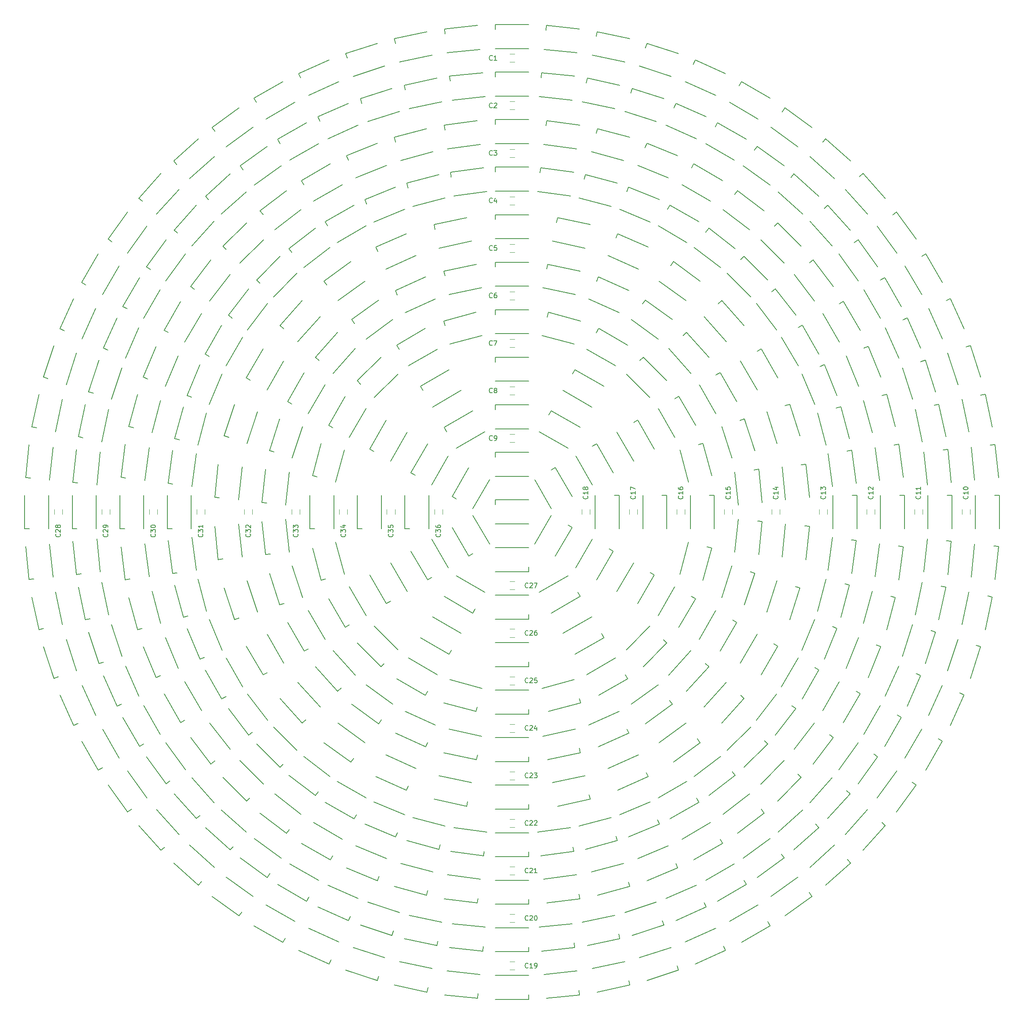
<source format=gbr>
G04 #@! TF.FileFunction,Legend,Top*
%FSLAX46Y46*%
G04 Gerber Fmt 4.6, Leading zero omitted, Abs format (unit mm)*
G04 Created by KiCad (PCBNEW 4.0.6-e0-6349~53~ubuntu16.04.1) date Sun Jun 25 10:16:03 2017*
%MOMM*%
%LPD*%
G01*
G04 APERTURE LIST*
%ADD10C,0.100000*%
%ADD11C,0.120000*%
%ADD12C,0.150000*%
G04 APERTURE END LIST*
D10*
D11*
X314650000Y-199500000D02*
X314650000Y-200500000D01*
X316350000Y-200500000D02*
X316350000Y-199500000D01*
X300500000Y-214650000D02*
X299500000Y-214650000D01*
X299500000Y-216350000D02*
X300500000Y-216350000D01*
X285350000Y-200500000D02*
X285350000Y-199500000D01*
X283650000Y-199500000D02*
X283650000Y-200500000D01*
X324650000Y-199500000D02*
X324650000Y-200500000D01*
X326350000Y-200500000D02*
X326350000Y-199500000D01*
X300500000Y-224650000D02*
X299500000Y-224650000D01*
X299500000Y-226350000D02*
X300500000Y-226350000D01*
X275350000Y-200500000D02*
X275350000Y-199500000D01*
X273650000Y-199500000D02*
X273650000Y-200500000D01*
X334650000Y-199500000D02*
X334650000Y-200500000D01*
X336350000Y-200500000D02*
X336350000Y-199500000D01*
X300500000Y-234650000D02*
X299500000Y-234650000D01*
X299500000Y-236350000D02*
X300500000Y-236350000D01*
X265350000Y-200500000D02*
X265350000Y-199500000D01*
X263650000Y-199500000D02*
X263650000Y-200500000D01*
X344650000Y-199500000D02*
X344650000Y-200500000D01*
X346350000Y-200500000D02*
X346350000Y-199500000D01*
X300500000Y-244650000D02*
X299500000Y-244650000D01*
X299500000Y-246350000D02*
X300500000Y-246350000D01*
X255350000Y-200500000D02*
X255350000Y-199500000D01*
X253650000Y-199500000D02*
X253650000Y-200500000D01*
X354650000Y-199500000D02*
X354650000Y-200500000D01*
X356350000Y-200500000D02*
X356350000Y-199500000D01*
X300500000Y-254650000D02*
X299500000Y-254650000D01*
X299500000Y-256350000D02*
X300500000Y-256350000D01*
X245350000Y-200500000D02*
X245350000Y-199500000D01*
X243650000Y-199500000D02*
X243650000Y-200500000D01*
X364650000Y-199500000D02*
X364650000Y-200500000D01*
X366350000Y-200500000D02*
X366350000Y-199500000D01*
X300500000Y-264650000D02*
X299500000Y-264650000D01*
X299500000Y-266350000D02*
X300500000Y-266350000D01*
X235350000Y-200500000D02*
X235350000Y-199500000D01*
X233650000Y-199500000D02*
X233650000Y-200500000D01*
X374650000Y-199500000D02*
X374650000Y-200500000D01*
X376350000Y-200500000D02*
X376350000Y-199500000D01*
X300500000Y-274650000D02*
X299500000Y-274650000D01*
X299500000Y-276350000D02*
X300500000Y-276350000D01*
X225350000Y-200500000D02*
X225350000Y-199500000D01*
X223650000Y-199500000D02*
X223650000Y-200500000D01*
X384650000Y-199500000D02*
X384650000Y-200500000D01*
X386350000Y-200500000D02*
X386350000Y-199500000D01*
X300500000Y-284650000D02*
X299500000Y-284650000D01*
X299500000Y-286350000D02*
X300500000Y-286350000D01*
X215350000Y-200500000D02*
X215350000Y-199500000D01*
X213650000Y-199500000D02*
X213650000Y-200500000D01*
X394650000Y-199500000D02*
X394650000Y-200500000D01*
X396350000Y-200500000D02*
X396350000Y-199500000D01*
X300500000Y-294650000D02*
X299500000Y-294650000D01*
X299500000Y-296350000D02*
X300500000Y-296350000D01*
X205350000Y-200500000D02*
X205350000Y-199500000D01*
X203650000Y-199500000D02*
X203650000Y-200500000D01*
X299500000Y-185350000D02*
X300500000Y-185350000D01*
X300500000Y-183650000D02*
X299500000Y-183650000D01*
X299500000Y-175350000D02*
X300500000Y-175350000D01*
X300500000Y-173650000D02*
X299500000Y-173650000D01*
X299500000Y-165350000D02*
X300500000Y-165350000D01*
X300500000Y-163650000D02*
X299500000Y-163650000D01*
X299500000Y-155350000D02*
X300500000Y-155350000D01*
X300500000Y-153650000D02*
X299500000Y-153650000D01*
X299500000Y-145350000D02*
X300500000Y-145350000D01*
X300500000Y-143650000D02*
X299500000Y-143650000D01*
X299500000Y-135350000D02*
X300500000Y-135350000D01*
X300500000Y-133650000D02*
X299500000Y-133650000D01*
X299500000Y-125350000D02*
X300500000Y-125350000D01*
X300500000Y-123650000D02*
X299500000Y-123650000D01*
X299500000Y-115350000D02*
X300500000Y-115350000D01*
X300500000Y-113650000D02*
X299500000Y-113650000D01*
D12*
X286594556Y-211781089D02*
X283094556Y-205718911D01*
X283087153Y-213806089D02*
X282221127Y-214306089D01*
X282221127Y-214306089D02*
X278721127Y-208243911D01*
X283094556Y-194281089D02*
X286594556Y-188218911D01*
X279587153Y-192256089D02*
X278721127Y-191756089D01*
X278721127Y-191756089D02*
X282221127Y-185693911D01*
X304745190Y-193218911D02*
X308245190Y-199281089D01*
X308252593Y-191193911D02*
X309118619Y-190693911D01*
X309118619Y-190693911D02*
X312618619Y-196756089D01*
X308245190Y-200718911D02*
X304745190Y-206781089D01*
X311752593Y-202743911D02*
X312618619Y-203243911D01*
X312618619Y-203243911D02*
X309118619Y-209306089D01*
X303500000Y-207500000D02*
X296500000Y-207500000D01*
X303500000Y-211550000D02*
X303500000Y-212550000D01*
X303500000Y-212550000D02*
X296500000Y-212550000D01*
X295254810Y-206781089D02*
X291754810Y-200718911D01*
X291747407Y-208806089D02*
X290881381Y-209306089D01*
X290881381Y-209306089D02*
X287381381Y-203243911D01*
X291754810Y-199281089D02*
X295254810Y-193218911D01*
X288247407Y-197256089D02*
X287381381Y-196756089D01*
X287381381Y-196756089D02*
X290881381Y-190693911D01*
X305718911Y-183094556D02*
X311781089Y-186594556D01*
X307743911Y-179587153D02*
X308243911Y-178721127D01*
X308243911Y-178721127D02*
X314306089Y-182221127D01*
X313405444Y-188218911D02*
X316905444Y-194281089D01*
X316912847Y-186193911D02*
X317778873Y-185693911D01*
X317778873Y-185693911D02*
X321278873Y-191756089D01*
X317500000Y-196500000D02*
X317500000Y-203500000D01*
X321550000Y-196500000D02*
X322550000Y-196500000D01*
X322550000Y-196500000D02*
X322550000Y-203500000D01*
X316905444Y-205718911D02*
X313405444Y-211781089D01*
X320412847Y-207743911D02*
X321278873Y-208243911D01*
X321278873Y-208243911D02*
X317778873Y-214306089D01*
X311781089Y-213405444D02*
X305718911Y-216905444D01*
X313806089Y-216912847D02*
X314306089Y-217778873D01*
X314306089Y-217778873D02*
X308243911Y-221278873D01*
X303500000Y-217500000D02*
X296500000Y-217500000D01*
X303500000Y-221550000D02*
X303500000Y-222550000D01*
X303500000Y-222550000D02*
X296500000Y-222550000D01*
X294281089Y-216905444D02*
X288218911Y-213405444D01*
X292256089Y-220412847D02*
X291756089Y-221278873D01*
X291756089Y-221278873D02*
X285693911Y-217778873D01*
X282500000Y-203500000D02*
X282500000Y-196500000D01*
X278450000Y-203500000D02*
X277450000Y-203500000D01*
X277450000Y-203500000D02*
X277450000Y-196500000D01*
X288218911Y-186594556D02*
X294281089Y-183094556D01*
X286193911Y-183087153D02*
X285693911Y-182221127D01*
X285693911Y-182221127D02*
X291756089Y-178721127D01*
X310718911Y-174434302D02*
X316781089Y-177934302D01*
X312743911Y-170926899D02*
X313243911Y-170060873D01*
X313243911Y-170060873D02*
X319306089Y-173560873D01*
X322065698Y-183218911D02*
X325565698Y-189281089D01*
X325573101Y-181193911D02*
X326439127Y-180693911D01*
X326439127Y-180693911D02*
X329939127Y-186756089D01*
X327500000Y-196500000D02*
X327500000Y-203500000D01*
X331550000Y-196500000D02*
X332550000Y-196500000D01*
X332550000Y-196500000D02*
X332550000Y-203500000D01*
X325565698Y-210718911D02*
X322065698Y-216781089D01*
X329073101Y-212743911D02*
X329939127Y-213243911D01*
X329939127Y-213243911D02*
X326439127Y-219306089D01*
X316781089Y-222065698D02*
X310718911Y-225565698D01*
X318806089Y-225573101D02*
X319306089Y-226439127D01*
X319306089Y-226439127D02*
X313243911Y-229939127D01*
X303500000Y-227500000D02*
X296500000Y-227500000D01*
X303500000Y-231550000D02*
X303500000Y-232550000D01*
X303500000Y-232550000D02*
X296500000Y-232550000D01*
X289281089Y-225565698D02*
X283218911Y-222065698D01*
X287256089Y-229073101D02*
X286756089Y-229939127D01*
X286756089Y-229939127D02*
X280693911Y-226439127D01*
X277934302Y-216781089D02*
X274434302Y-210718911D01*
X274426899Y-218806089D02*
X273560873Y-219306089D01*
X273560873Y-219306089D02*
X270060873Y-213243911D01*
X272500000Y-203500000D02*
X272500000Y-196500000D01*
X268450000Y-203500000D02*
X267450000Y-203500000D01*
X267450000Y-203500000D02*
X267450000Y-196500000D01*
X274434302Y-189281089D02*
X277934302Y-183218911D01*
X270926899Y-187256089D02*
X270060873Y-186756089D01*
X270060873Y-186756089D02*
X273560873Y-180693911D01*
X283218911Y-177934302D02*
X289281089Y-174434302D01*
X281193911Y-174426899D02*
X280693911Y-173560873D01*
X280693911Y-173560873D02*
X286756089Y-170060873D01*
X306324974Y-162871915D02*
X313086455Y-164683648D01*
X307373191Y-158959915D02*
X307632010Y-157993989D01*
X307632010Y-157993989D02*
X314393491Y-159805723D01*
X315718911Y-165774048D02*
X321781089Y-169274048D01*
X317743911Y-162266645D02*
X318243911Y-161400619D01*
X318243911Y-161400619D02*
X324306089Y-164900619D01*
X324041630Y-171008622D02*
X328991378Y-175958370D01*
X326905413Y-168144840D02*
X327612520Y-167437733D01*
X327612520Y-167437733D02*
X332562267Y-172387480D01*
X330725952Y-178218911D02*
X334225952Y-184281089D01*
X334233355Y-176193911D02*
X335099381Y-175693911D01*
X335099381Y-175693911D02*
X338599381Y-181756089D01*
X335316352Y-186913545D02*
X337128085Y-193675026D01*
X339228351Y-185865328D02*
X340194277Y-185606509D01*
X340194277Y-185606509D02*
X342006011Y-192367990D01*
X337500000Y-196500000D02*
X337500000Y-203500000D01*
X341550000Y-196500000D02*
X342550000Y-196500000D01*
X342550000Y-196500000D02*
X342550000Y-203500000D01*
X337128085Y-206324974D02*
X335316352Y-213086455D01*
X341040085Y-207373191D02*
X342006011Y-207632010D01*
X342006011Y-207632010D02*
X340194277Y-214393491D01*
X334225952Y-215718911D02*
X330725952Y-221781089D01*
X337733355Y-217743911D02*
X338599381Y-218243911D01*
X338599381Y-218243911D02*
X335099381Y-224306089D01*
X328991378Y-224041630D02*
X324041630Y-228991378D01*
X331855160Y-226905413D02*
X332562267Y-227612520D01*
X332562267Y-227612520D02*
X327612520Y-232562267D01*
X321781089Y-230725952D02*
X315718911Y-234225952D01*
X323806089Y-234233355D02*
X324306089Y-235099381D01*
X324306089Y-235099381D02*
X318243911Y-238599381D01*
X313086455Y-235316352D02*
X306324974Y-237128085D01*
X314134672Y-239228351D02*
X314393491Y-240194277D01*
X314393491Y-240194277D02*
X307632010Y-242006011D01*
X303500000Y-237500000D02*
X296500000Y-237500000D01*
X303500000Y-241550000D02*
X303500000Y-242550000D01*
X303500000Y-242550000D02*
X296500000Y-242550000D01*
X293675026Y-237128085D02*
X286913545Y-235316352D01*
X292626809Y-241040085D02*
X292367990Y-242006011D01*
X292367990Y-242006011D02*
X285606509Y-240194277D01*
X284281089Y-234225952D02*
X278218911Y-230725952D01*
X282256089Y-237733355D02*
X281756089Y-238599381D01*
X281756089Y-238599381D02*
X275693911Y-235099381D01*
X275958370Y-228991378D02*
X271008622Y-224041630D01*
X273094587Y-231855160D02*
X272387480Y-232562267D01*
X272387480Y-232562267D02*
X267437733Y-227612520D01*
X269274048Y-221781089D02*
X265774048Y-215718911D01*
X265766645Y-223806089D02*
X264900619Y-224306089D01*
X264900619Y-224306089D02*
X261400619Y-218243911D01*
X264683648Y-213086455D02*
X262871915Y-206324974D01*
X260771649Y-214134672D02*
X259805723Y-214393491D01*
X259805723Y-214393491D02*
X257993989Y-207632010D01*
X262500000Y-203500000D02*
X262500000Y-196500000D01*
X258450000Y-203500000D02*
X257450000Y-203500000D01*
X257450000Y-203500000D02*
X257450000Y-196500000D01*
X262871915Y-193675026D02*
X264683648Y-186913545D01*
X258959915Y-192626809D02*
X257993989Y-192367990D01*
X257993989Y-192367990D02*
X259805723Y-185606509D01*
X265774048Y-184281089D02*
X269274048Y-178218911D01*
X262266645Y-182256089D02*
X261400619Y-181756089D01*
X261400619Y-181756089D02*
X264900619Y-175693911D01*
X271008622Y-175958370D02*
X275958370Y-171008622D01*
X268144840Y-173094587D02*
X267437733Y-172387480D01*
X267437733Y-172387480D02*
X272387480Y-167437733D01*
X278218911Y-169274048D02*
X284281089Y-165774048D01*
X276193911Y-165766645D02*
X275693911Y-164900619D01*
X275693911Y-164900619D02*
X281756089Y-161400619D01*
X286913545Y-164683648D02*
X293675026Y-162871915D01*
X285865328Y-160771649D02*
X285606509Y-159805723D01*
X285606509Y-159805723D02*
X292367990Y-157993989D01*
X296500000Y-202500000D02*
X303500000Y-202500000D01*
X296500000Y-198450000D02*
X296500000Y-197450000D01*
X296500000Y-197450000D02*
X303500000Y-197450000D01*
X296500000Y-192500000D02*
X303500000Y-192500000D01*
X296500000Y-188450000D02*
X296500000Y-187450000D01*
X296500000Y-187450000D02*
X303500000Y-187450000D01*
X296500000Y-182500000D02*
X303500000Y-182500000D01*
X296500000Y-178450000D02*
X296500000Y-177450000D01*
X296500000Y-177450000D02*
X303500000Y-177450000D01*
X296500000Y-172500000D02*
X303500000Y-172500000D01*
X296500000Y-168450000D02*
X296500000Y-167450000D01*
X296500000Y-167450000D02*
X303500000Y-167450000D01*
X296500000Y-162500000D02*
X303500000Y-162500000D01*
X296500000Y-158450000D02*
X296500000Y-157450000D01*
X296500000Y-157450000D02*
X303500000Y-157450000D01*
X306452289Y-152810298D02*
X313299322Y-154265680D01*
X307294332Y-148848800D02*
X307502243Y-147870653D01*
X307502243Y-147870653D02*
X314349276Y-149326035D01*
X316122581Y-155183012D02*
X322517399Y-158030169D01*
X317769865Y-151483153D02*
X318176601Y-150569608D01*
X318176601Y-150569608D02*
X324571420Y-153416764D01*
X325088240Y-159514444D02*
X330751359Y-163628941D01*
X327468771Y-156237925D02*
X328056556Y-155428908D01*
X328056556Y-155428908D02*
X333719675Y-159543405D01*
X332957422Y-165615290D02*
X337641336Y-170817303D01*
X335967158Y-162905311D02*
X336710303Y-162236180D01*
X336710303Y-162236180D02*
X341394217Y-167438194D01*
X339386206Y-173218911D02*
X342886206Y-179281089D01*
X342893609Y-171193911D02*
X343759635Y-170693911D01*
X343759635Y-170693911D02*
X347259635Y-176756089D01*
X344093625Y-181992995D02*
X346256744Y-188650390D01*
X347945404Y-180741476D02*
X348896461Y-180432459D01*
X348896461Y-180432459D02*
X351059580Y-187089854D01*
X346873941Y-191554072D02*
X347605640Y-198515725D01*
X350901754Y-191130731D02*
X351896276Y-191026203D01*
X351896276Y-191026203D02*
X352627975Y-197987856D01*
X347605640Y-201484275D02*
X346873941Y-208445928D01*
X351633454Y-201907615D02*
X352627975Y-202012144D01*
X352627975Y-202012144D02*
X351896276Y-208973797D01*
X346256744Y-211349610D02*
X344093625Y-218007005D01*
X350108523Y-212601129D02*
X351059580Y-212910146D01*
X351059580Y-212910146D02*
X348896461Y-219567541D01*
X342886206Y-220718911D02*
X339386206Y-226781089D01*
X346393609Y-222743911D02*
X347259635Y-223243911D01*
X347259635Y-223243911D02*
X343759635Y-229306089D01*
X337641336Y-229182697D02*
X332957422Y-234384710D01*
X340651073Y-231892676D02*
X341394217Y-232561806D01*
X341394217Y-232561806D02*
X336710303Y-237763820D01*
X330751359Y-236371059D02*
X325088240Y-240485556D01*
X333131890Y-239647578D02*
X333719675Y-240456595D01*
X333719675Y-240456595D02*
X328056556Y-244571092D01*
X322517399Y-241969831D02*
X316122581Y-244816988D01*
X324164683Y-245669690D02*
X324571420Y-246583236D01*
X324571420Y-246583236D02*
X318176601Y-249430392D01*
X313299322Y-245734320D02*
X306452289Y-247189702D01*
X314141365Y-249695818D02*
X314349276Y-250673965D01*
X314349276Y-250673965D02*
X307502243Y-252129347D01*
X303500000Y-247500000D02*
X296500000Y-247500000D01*
X303500000Y-251550000D02*
X303500000Y-252550000D01*
X303500000Y-252550000D02*
X296500000Y-252550000D01*
X293547711Y-247189702D02*
X286700678Y-245734320D01*
X292705668Y-251151200D02*
X292497757Y-252129347D01*
X292497757Y-252129347D02*
X285650724Y-250673965D01*
X283877419Y-244816988D02*
X277482601Y-241969831D01*
X282230135Y-248516847D02*
X281823399Y-249430392D01*
X281823399Y-249430392D02*
X275428580Y-246583236D01*
X274911760Y-240485556D02*
X269248641Y-236371059D01*
X272531229Y-243762075D02*
X271943444Y-244571092D01*
X271943444Y-244571092D02*
X266280325Y-240456595D01*
X267042578Y-234384710D02*
X262358664Y-229182697D01*
X264032842Y-237094689D02*
X263289697Y-237763820D01*
X263289697Y-237763820D02*
X258605783Y-232561806D01*
X260613794Y-226781089D02*
X257113794Y-220718911D01*
X257106391Y-228806089D02*
X256240365Y-229306089D01*
X256240365Y-229306089D02*
X252740365Y-223243911D01*
X255906375Y-218007005D02*
X253743256Y-211349610D01*
X252054596Y-219258524D02*
X251103539Y-219567541D01*
X251103539Y-219567541D02*
X248940420Y-212910146D01*
X253126059Y-208445928D02*
X252394360Y-201484275D01*
X249098246Y-208869269D02*
X248103724Y-208973797D01*
X248103724Y-208973797D02*
X247372025Y-202012144D01*
X252394360Y-198515725D02*
X253126059Y-191554072D01*
X248366546Y-198092385D02*
X247372025Y-197987856D01*
X247372025Y-197987856D02*
X248103724Y-191026203D01*
X253743256Y-188650390D02*
X255906375Y-181992995D01*
X249891477Y-187398871D02*
X248940420Y-187089854D01*
X248940420Y-187089854D02*
X251103539Y-180432459D01*
X257113794Y-179281089D02*
X260613794Y-173218911D01*
X253606391Y-177256089D02*
X252740365Y-176756089D01*
X252740365Y-176756089D02*
X256240365Y-170693911D01*
X262358664Y-170817303D02*
X267042578Y-165615290D01*
X259348927Y-168107324D02*
X258605783Y-167438194D01*
X258605783Y-167438194D02*
X263289697Y-162236180D01*
X269248641Y-163628941D02*
X274911760Y-159514444D01*
X266868110Y-160352422D02*
X266280325Y-159543405D01*
X266280325Y-159543405D02*
X271943444Y-155428908D01*
X277482601Y-158030169D02*
X283877419Y-155183012D01*
X275835317Y-154330310D02*
X275428580Y-153416764D01*
X275428580Y-153416764D02*
X281823399Y-150569608D01*
X286700678Y-154265680D02*
X293547711Y-152810298D01*
X285858635Y-150304182D02*
X285650724Y-149326035D01*
X285650724Y-149326035D02*
X292497757Y-147870653D01*
X308531405Y-143028822D02*
X315378438Y-144484204D01*
X309373448Y-139067324D02*
X309581359Y-138089177D01*
X309581359Y-138089177D02*
X316428392Y-139544559D01*
X320189948Y-146047558D02*
X326584766Y-148894715D01*
X321837232Y-142347699D02*
X322243968Y-141434154D01*
X322243968Y-141434154D02*
X328638787Y-144281310D01*
X330966092Y-151424274D02*
X336629211Y-155538771D01*
X333346623Y-148147755D02*
X333934408Y-147338738D01*
X333934408Y-147338738D02*
X339597527Y-151453235D01*
X340388871Y-158923984D02*
X345072785Y-164125997D01*
X343398607Y-156214005D02*
X344141752Y-155544874D01*
X344141752Y-155544874D02*
X348825666Y-160746888D01*
X348046460Y-168218911D02*
X351546460Y-174281089D01*
X351553863Y-166193911D02*
X352419889Y-165693911D01*
X352419889Y-165693911D02*
X355919889Y-171756089D01*
X353604190Y-178902825D02*
X355767309Y-185560220D01*
X357455969Y-177651306D02*
X358407026Y-177342289D01*
X358407026Y-177342289D02*
X360570145Y-183999684D01*
X356819160Y-190508787D02*
X357550859Y-197470440D01*
X360846973Y-190085446D02*
X361841495Y-189980918D01*
X361841495Y-189980918D02*
X362573194Y-196942571D01*
X357550859Y-202529560D02*
X356819160Y-209491213D01*
X361578673Y-202952900D02*
X362573194Y-203057429D01*
X362573194Y-203057429D02*
X361841495Y-210019082D01*
X355767309Y-214439780D02*
X353604190Y-221097175D01*
X359619088Y-215691299D02*
X360570145Y-216000316D01*
X360570145Y-216000316D02*
X358407026Y-222657711D01*
X351546460Y-225718911D02*
X348046460Y-231781089D01*
X355053863Y-227743911D02*
X355919889Y-228243911D01*
X355919889Y-228243911D02*
X352419889Y-234306089D01*
X345072785Y-235874003D02*
X340388871Y-241076016D01*
X348082522Y-238583982D02*
X348825666Y-239253112D01*
X348825666Y-239253112D02*
X344141752Y-244455126D01*
X336629211Y-244461229D02*
X330966092Y-248575726D01*
X339009742Y-247737748D02*
X339597527Y-248546765D01*
X339597527Y-248546765D02*
X333934408Y-252661262D01*
X326584766Y-251105285D02*
X320189948Y-253952442D01*
X328232050Y-254805144D02*
X328638787Y-255718690D01*
X328638787Y-255718690D02*
X322243968Y-258565846D01*
X315378438Y-255515796D02*
X308531405Y-256971178D01*
X316220481Y-259477294D02*
X316428392Y-260455441D01*
X316428392Y-260455441D02*
X309581359Y-261910823D01*
X303500000Y-257500000D02*
X296500000Y-257500000D01*
X303500000Y-261550000D02*
X303500000Y-262550000D01*
X303500000Y-262550000D02*
X296500000Y-262550000D01*
X291468595Y-256971178D02*
X284621562Y-255515796D01*
X290626552Y-260932676D02*
X290418641Y-261910823D01*
X290418641Y-261910823D02*
X283571608Y-260455441D01*
X279810052Y-253952442D02*
X273415234Y-251105285D01*
X278162768Y-257652301D02*
X277756032Y-258565846D01*
X277756032Y-258565846D02*
X271361213Y-255718690D01*
X269033908Y-248575726D02*
X263370789Y-244461229D01*
X266653377Y-251852245D02*
X266065592Y-252661262D01*
X266065592Y-252661262D02*
X260402473Y-248546765D01*
X259611129Y-241076016D02*
X254927215Y-235874003D01*
X256601393Y-243785995D02*
X255858248Y-244455126D01*
X255858248Y-244455126D02*
X251174334Y-239253112D01*
X251953540Y-231781089D02*
X248453540Y-225718911D01*
X248446137Y-233806089D02*
X247580111Y-234306089D01*
X247580111Y-234306089D02*
X244080111Y-228243911D01*
X246395810Y-221097175D02*
X244232691Y-214439780D01*
X242544031Y-222348694D02*
X241592974Y-222657711D01*
X241592974Y-222657711D02*
X239429855Y-216000316D01*
X243180840Y-209491213D02*
X242449141Y-202529560D01*
X239153027Y-209914554D02*
X238158505Y-210019082D01*
X238158505Y-210019082D02*
X237426806Y-203057429D01*
X242449141Y-197470440D02*
X243180840Y-190508787D01*
X238421327Y-197047100D02*
X237426806Y-196942571D01*
X237426806Y-196942571D02*
X238158505Y-189980918D01*
X244232691Y-185560220D02*
X246395810Y-178902825D01*
X240380912Y-184308701D02*
X239429855Y-183999684D01*
X239429855Y-183999684D02*
X241592974Y-177342289D01*
X248453540Y-174281089D02*
X251953540Y-168218911D01*
X244946137Y-172256089D02*
X244080111Y-171756089D01*
X244080111Y-171756089D02*
X247580111Y-165693911D01*
X254927215Y-164125997D02*
X259611129Y-158923984D01*
X251917478Y-161416018D02*
X251174334Y-160746888D01*
X251174334Y-160746888D02*
X255858248Y-155544874D01*
X263370789Y-155538771D02*
X269033908Y-151424274D01*
X260990258Y-152262252D02*
X260402473Y-151453235D01*
X260402473Y-151453235D02*
X266065592Y-147338738D01*
X273415234Y-148894715D02*
X279810052Y-146047558D01*
X271767950Y-145194856D02*
X271361213Y-144281310D01*
X271361213Y-144281310D02*
X277756032Y-141434154D01*
X284621562Y-144484204D02*
X291468595Y-143028822D01*
X283779519Y-140522706D02*
X283571608Y-139544559D01*
X283571608Y-139544559D02*
X290418641Y-138089177D01*
X305340461Y-132620630D02*
X312280575Y-133534314D01*
X305869092Y-128605279D02*
X305999618Y-127613834D01*
X305999618Y-127613834D02*
X312939732Y-128527517D01*
X314089545Y-133894140D02*
X320851026Y-135705873D01*
X315137762Y-129982140D02*
X315396581Y-129016214D01*
X315396581Y-129016214D02*
X322158062Y-130827948D01*
X322597553Y-136298740D02*
X329064710Y-138977524D01*
X324147421Y-132557028D02*
X324530104Y-131633148D01*
X324530104Y-131633148D02*
X330997261Y-134311932D01*
X330718911Y-139793286D02*
X336781089Y-143293286D01*
X332743911Y-136285883D02*
X333243911Y-135419857D01*
X333243911Y-135419857D02*
X339306089Y-138919857D01*
X338314660Y-144317984D02*
X343868133Y-148579314D01*
X340780144Y-141104903D02*
X341388905Y-140311550D01*
X341388905Y-140311550D02*
X346942378Y-144572880D01*
X345254834Y-149795418D02*
X350204582Y-154745166D01*
X348118617Y-146931636D02*
X348825724Y-146224529D01*
X348825724Y-146224529D02*
X353775471Y-151174276D01*
X351420686Y-156131867D02*
X355682016Y-161685340D01*
X354633767Y-153666383D02*
X355427120Y-153057622D01*
X355427120Y-153057622D02*
X359688450Y-158611095D01*
X356706714Y-163218911D02*
X360206714Y-169281089D01*
X360214117Y-161193911D02*
X361080143Y-160693911D01*
X361080143Y-160693911D02*
X364580143Y-166756089D01*
X361022476Y-170935290D02*
X363701260Y-177402447D01*
X364764188Y-169385422D02*
X365688068Y-169002739D01*
X365688068Y-169002739D02*
X368366852Y-175469896D01*
X364294127Y-179148974D02*
X366105860Y-185910455D01*
X368206126Y-178100757D02*
X369172052Y-177841938D01*
X369172052Y-177841938D02*
X370983786Y-184603419D01*
X366465686Y-187719425D02*
X367379370Y-194659539D01*
X370481038Y-187190794D02*
X371472483Y-187060268D01*
X371472483Y-187060268D02*
X372386166Y-194000382D01*
X367500000Y-196500000D02*
X367500000Y-203500000D01*
X371550000Y-196500000D02*
X372550000Y-196500000D01*
X372550000Y-196500000D02*
X372550000Y-203500000D01*
X367379370Y-205340461D02*
X366465686Y-212280575D01*
X371394721Y-205869092D02*
X372386166Y-205999618D01*
X372386166Y-205999618D02*
X371472483Y-212939732D01*
X366105860Y-214089545D02*
X364294127Y-220851026D01*
X370017860Y-215137762D02*
X370983786Y-215396581D01*
X370983786Y-215396581D02*
X369172052Y-222158062D01*
X363701260Y-222597553D02*
X361022476Y-229064710D01*
X367442972Y-224147421D02*
X368366852Y-224530104D01*
X368366852Y-224530104D02*
X365688068Y-230997261D01*
X360206714Y-230718911D02*
X356706714Y-236781089D01*
X363714117Y-232743911D02*
X364580143Y-233243911D01*
X364580143Y-233243911D02*
X361080143Y-239306089D01*
X355682016Y-238314660D02*
X351420686Y-243868133D01*
X358895097Y-240780144D02*
X359688450Y-241388905D01*
X359688450Y-241388905D02*
X355427120Y-246942378D01*
X350204582Y-245254834D02*
X345254834Y-250204582D01*
X353068364Y-248118617D02*
X353775471Y-248825724D01*
X353775471Y-248825724D02*
X348825724Y-253775471D01*
X343868133Y-251420686D02*
X338314660Y-255682016D01*
X346333617Y-254633767D02*
X346942378Y-255427120D01*
X346942378Y-255427120D02*
X341388905Y-259688450D01*
X336781089Y-256706714D02*
X330718911Y-260206714D01*
X338806089Y-260214117D02*
X339306089Y-261080143D01*
X339306089Y-261080143D02*
X333243911Y-264580143D01*
X329064710Y-261022476D02*
X322597553Y-263701260D01*
X330614578Y-264764188D02*
X330997261Y-265688068D01*
X330997261Y-265688068D02*
X324530104Y-268366852D01*
X320851026Y-264294127D02*
X314089545Y-266105860D01*
X321899243Y-268206126D02*
X322158062Y-269172052D01*
X322158062Y-269172052D02*
X315396581Y-270983786D01*
X312280575Y-266465686D02*
X305340461Y-267379370D01*
X312809206Y-270481038D02*
X312939732Y-271472483D01*
X312939732Y-271472483D02*
X305999618Y-272386166D01*
X303500000Y-267500000D02*
X296500000Y-267500000D01*
X303500000Y-271550000D02*
X303500000Y-272550000D01*
X303500000Y-272550000D02*
X296500000Y-272550000D01*
X294659539Y-267379370D02*
X287719425Y-266465686D01*
X294130908Y-271394721D02*
X294000382Y-272386166D01*
X294000382Y-272386166D02*
X287060268Y-271472483D01*
X285910455Y-266105860D02*
X279148974Y-264294127D01*
X284862238Y-270017860D02*
X284603419Y-270983786D01*
X284603419Y-270983786D02*
X277841938Y-269172052D01*
X277402447Y-263701260D02*
X270935290Y-261022476D01*
X275852579Y-267442972D02*
X275469896Y-268366852D01*
X275469896Y-268366852D02*
X269002739Y-265688068D01*
X269281089Y-260206714D02*
X263218911Y-256706714D01*
X267256089Y-263714117D02*
X266756089Y-264580143D01*
X266756089Y-264580143D02*
X260693911Y-261080143D01*
X261685340Y-255682016D02*
X256131867Y-251420686D01*
X259219856Y-258895097D02*
X258611095Y-259688450D01*
X258611095Y-259688450D02*
X253057622Y-255427120D01*
X254745166Y-250204582D02*
X249795418Y-245254834D01*
X251881383Y-253068364D02*
X251174276Y-253775471D01*
X251174276Y-253775471D02*
X246224529Y-248825724D01*
X248579314Y-243868133D02*
X244317984Y-238314660D01*
X245366233Y-246333617D02*
X244572880Y-246942378D01*
X244572880Y-246942378D02*
X240311550Y-241388905D01*
X243293286Y-236781089D02*
X239793286Y-230718911D01*
X239785883Y-238806089D02*
X238919857Y-239306089D01*
X238919857Y-239306089D02*
X235419857Y-233243911D01*
X238977524Y-229064710D02*
X236298740Y-222597553D01*
X235235812Y-230614578D02*
X234311932Y-230997261D01*
X234311932Y-230997261D02*
X231633148Y-224530104D01*
X235705873Y-220851026D02*
X233894140Y-214089545D01*
X231793874Y-221899243D02*
X230827948Y-222158062D01*
X230827948Y-222158062D02*
X229016214Y-215396581D01*
X233534314Y-212280575D02*
X232620630Y-205340461D01*
X229518962Y-212809206D02*
X228527517Y-212939732D01*
X228527517Y-212939732D02*
X227613834Y-205999618D01*
X232500000Y-203500000D02*
X232500000Y-196500000D01*
X228450000Y-203500000D02*
X227450000Y-203500000D01*
X227450000Y-203500000D02*
X227450000Y-196500000D01*
X232620630Y-194659539D02*
X233534314Y-187719425D01*
X228605279Y-194130908D02*
X227613834Y-194000382D01*
X227613834Y-194000382D02*
X228527517Y-187060268D01*
X233894140Y-185910455D02*
X235705873Y-179148974D01*
X229982140Y-184862238D02*
X229016214Y-184603419D01*
X229016214Y-184603419D02*
X230827948Y-177841938D01*
X236298740Y-177402447D02*
X238977524Y-170935290D01*
X232557028Y-175852579D02*
X231633148Y-175469896D01*
X231633148Y-175469896D02*
X234311932Y-169002739D01*
X239793286Y-169281089D02*
X243293286Y-163218911D01*
X236285883Y-167256089D02*
X235419857Y-166756089D01*
X235419857Y-166756089D02*
X238919857Y-160693911D01*
X244317984Y-161685340D02*
X248579314Y-156131867D01*
X241104903Y-159219856D02*
X240311550Y-158611095D01*
X240311550Y-158611095D02*
X244572880Y-153057622D01*
X249795418Y-154745166D02*
X254745166Y-149795418D01*
X246931636Y-151881383D02*
X246224529Y-151174276D01*
X246224529Y-151174276D02*
X251174276Y-146224529D01*
X256131867Y-148579314D02*
X261685340Y-144317984D01*
X253666383Y-145366233D02*
X253057622Y-144572880D01*
X253057622Y-144572880D02*
X258611095Y-140311550D01*
X263218911Y-143293286D02*
X269281089Y-139793286D01*
X261193911Y-139785883D02*
X260693911Y-138919857D01*
X260693911Y-138919857D02*
X266756089Y-135419857D01*
X270935290Y-138977524D02*
X277402447Y-136298740D01*
X269385422Y-135235812D02*
X269002739Y-134311932D01*
X269002739Y-134311932D02*
X275469896Y-131633148D01*
X279148974Y-135705873D02*
X285910455Y-133894140D01*
X278100757Y-131793874D02*
X277841938Y-130827948D01*
X277841938Y-130827948D02*
X284603419Y-129016214D01*
X287719425Y-133534314D02*
X294659539Y-132620630D01*
X287190794Y-129518962D02*
X287060268Y-128527517D01*
X287060268Y-128527517D02*
X294000382Y-127613834D01*
X306645723Y-122706181D02*
X313585837Y-123619865D01*
X307174354Y-118690830D02*
X307304880Y-117699385D01*
X307304880Y-117699385D02*
X314244994Y-118613068D01*
X316677736Y-124234882D02*
X323439217Y-126046615D01*
X317725953Y-120322882D02*
X317984772Y-119356956D01*
X317984772Y-119356956D02*
X324746253Y-121168690D01*
X326424388Y-127059944D02*
X332891545Y-129738728D01*
X327974256Y-123318232D02*
X328356939Y-122394352D01*
X328356939Y-122394352D02*
X334824096Y-125073136D01*
X335718911Y-131133032D02*
X341781089Y-134633032D01*
X337743911Y-127625629D02*
X338243911Y-126759603D01*
X338243911Y-126759603D02*
X344306089Y-130259603D01*
X344402274Y-136384451D02*
X349955747Y-140645781D01*
X346867758Y-133171370D02*
X347476519Y-132378017D01*
X347476519Y-132378017D02*
X353029992Y-136639347D01*
X352325901Y-142724351D02*
X357275649Y-147674099D01*
X355189684Y-139860569D02*
X355896791Y-139153462D01*
X355896791Y-139153462D02*
X360846538Y-144103209D01*
X359354219Y-150044253D02*
X363615549Y-155597726D01*
X362567300Y-147578769D02*
X363360653Y-146970008D01*
X363360653Y-146970008D02*
X367621983Y-152523481D01*
X365366968Y-158218911D02*
X368866968Y-164281089D01*
X368874371Y-156193911D02*
X369740397Y-155693911D01*
X369740397Y-155693911D02*
X373240397Y-161756089D01*
X370261272Y-167108455D02*
X372940056Y-173575612D01*
X374002984Y-165558587D02*
X374926864Y-165175904D01*
X374926864Y-165175904D02*
X377605648Y-171643061D01*
X373953385Y-176560783D02*
X375765118Y-183322264D01*
X377865384Y-175512566D02*
X378831310Y-175253747D01*
X378831310Y-175253747D02*
X380643044Y-182015228D01*
X376380135Y-186414163D02*
X377293819Y-193354277D01*
X380395487Y-185885532D02*
X381386932Y-185755006D01*
X381386932Y-185755006D02*
X382300615Y-192695120D01*
X377500000Y-196500000D02*
X377500000Y-203500000D01*
X381550000Y-196500000D02*
X382550000Y-196500000D01*
X382550000Y-196500000D02*
X382550000Y-203500000D01*
X377293819Y-206645723D02*
X376380135Y-213585837D01*
X381309170Y-207174354D02*
X382300615Y-207304880D01*
X382300615Y-207304880D02*
X381386932Y-214244994D01*
X375765118Y-216677736D02*
X373953385Y-223439217D01*
X379677118Y-217725953D02*
X380643044Y-217984772D01*
X380643044Y-217984772D02*
X378831310Y-224746253D01*
X372940056Y-226424388D02*
X370261272Y-232891545D01*
X376681768Y-227974256D02*
X377605648Y-228356939D01*
X377605648Y-228356939D02*
X374926864Y-234824096D01*
X368866968Y-235718911D02*
X365366968Y-241781089D01*
X372374371Y-237743911D02*
X373240397Y-238243911D01*
X373240397Y-238243911D02*
X369740397Y-244306089D01*
X363615549Y-244402274D02*
X359354219Y-249955747D01*
X366828630Y-246867758D02*
X367621983Y-247476519D01*
X367621983Y-247476519D02*
X363360653Y-253029992D01*
X357275649Y-252325901D02*
X352325901Y-257275649D01*
X360139431Y-255189684D02*
X360846538Y-255896791D01*
X360846538Y-255896791D02*
X355896791Y-260846538D01*
X349955747Y-259354219D02*
X344402274Y-263615549D01*
X352421231Y-262567300D02*
X353029992Y-263360653D01*
X353029992Y-263360653D02*
X347476519Y-267621983D01*
X341781089Y-265366968D02*
X335718911Y-268866968D01*
X343806089Y-268874371D02*
X344306089Y-269740397D01*
X344306089Y-269740397D02*
X338243911Y-273240397D01*
X332891545Y-270261272D02*
X326424388Y-272940056D01*
X334441413Y-274002984D02*
X334824096Y-274926864D01*
X334824096Y-274926864D02*
X328356939Y-277605648D01*
X323439217Y-273953385D02*
X316677736Y-275765118D01*
X324487434Y-277865384D02*
X324746253Y-278831310D01*
X324746253Y-278831310D02*
X317984772Y-280643044D01*
X313585837Y-276380135D02*
X306645723Y-277293819D01*
X314114468Y-280395487D02*
X314244994Y-281386932D01*
X314244994Y-281386932D02*
X307304880Y-282300615D01*
X303500000Y-277500000D02*
X296500000Y-277500000D01*
X303500000Y-281550000D02*
X303500000Y-282550000D01*
X303500000Y-282550000D02*
X296500000Y-282550000D01*
X293354277Y-277293819D02*
X286414163Y-276380135D01*
X292825646Y-281309170D02*
X292695120Y-282300615D01*
X292695120Y-282300615D02*
X285755006Y-281386932D01*
X283322264Y-275765118D02*
X276560783Y-273953385D01*
X282274047Y-279677118D02*
X282015228Y-280643044D01*
X282015228Y-280643044D02*
X275253747Y-278831310D01*
X273575612Y-272940056D02*
X267108455Y-270261272D01*
X272025744Y-276681768D02*
X271643061Y-277605648D01*
X271643061Y-277605648D02*
X265175904Y-274926864D01*
X264281089Y-268866968D02*
X258218911Y-265366968D01*
X262256089Y-272374371D02*
X261756089Y-273240397D01*
X261756089Y-273240397D02*
X255693911Y-269740397D01*
X255597726Y-263615549D02*
X250044253Y-259354219D01*
X253132242Y-266828630D02*
X252523481Y-267621983D01*
X252523481Y-267621983D02*
X246970008Y-263360653D01*
X247674099Y-257275649D02*
X242724351Y-252325901D01*
X244810316Y-260139431D02*
X244103209Y-260846538D01*
X244103209Y-260846538D02*
X239153462Y-255896791D01*
X240645781Y-249955747D02*
X236384451Y-244402274D01*
X237432700Y-252421231D02*
X236639347Y-253029992D01*
X236639347Y-253029992D02*
X232378017Y-247476519D01*
X234633032Y-241781089D02*
X231133032Y-235718911D01*
X231125629Y-243806089D02*
X230259603Y-244306089D01*
X230259603Y-244306089D02*
X226759603Y-238243911D01*
X229738728Y-232891545D02*
X227059944Y-226424388D01*
X225997016Y-234441413D02*
X225073136Y-234824096D01*
X225073136Y-234824096D02*
X222394352Y-228356939D01*
X226046615Y-223439217D02*
X224234882Y-216677736D01*
X222134616Y-224487434D02*
X221168690Y-224746253D01*
X221168690Y-224746253D02*
X219356956Y-217984772D01*
X223619865Y-213585837D02*
X222706181Y-206645723D01*
X219604513Y-214114468D02*
X218613068Y-214244994D01*
X218613068Y-214244994D02*
X217699385Y-207304880D01*
X222500000Y-203500000D02*
X222500000Y-196500000D01*
X218450000Y-203500000D02*
X217450000Y-203500000D01*
X217450000Y-203500000D02*
X217450000Y-196500000D01*
X222706181Y-193354277D02*
X223619865Y-186414163D01*
X218690830Y-192825646D02*
X217699385Y-192695120D01*
X217699385Y-192695120D02*
X218613068Y-185755006D01*
X224234882Y-183322264D02*
X226046615Y-176560783D01*
X220322882Y-182274047D02*
X219356956Y-182015228D01*
X219356956Y-182015228D02*
X221168690Y-175253747D01*
X227059944Y-173575612D02*
X229738728Y-167108455D01*
X223318232Y-172025744D02*
X222394352Y-171643061D01*
X222394352Y-171643061D02*
X225073136Y-165175904D01*
X231133032Y-164281089D02*
X234633032Y-158218911D01*
X227625629Y-162256089D02*
X226759603Y-161756089D01*
X226759603Y-161756089D02*
X230259603Y-155693911D01*
X236384451Y-155597726D02*
X240645781Y-150044253D01*
X233171370Y-153132242D02*
X232378017Y-152523481D01*
X232378017Y-152523481D02*
X236639347Y-146970008D01*
X242724351Y-147674099D02*
X247674099Y-142724351D01*
X239860569Y-144810316D02*
X239153462Y-144103209D01*
X239153462Y-144103209D02*
X244103209Y-139153462D01*
X250044253Y-140645781D02*
X255597726Y-136384451D01*
X247578769Y-137432700D02*
X246970008Y-136639347D01*
X246970008Y-136639347D02*
X252523481Y-132378017D01*
X258218911Y-134633032D02*
X264281089Y-131133032D01*
X256193911Y-131125629D02*
X255693911Y-130259603D01*
X255693911Y-130259603D02*
X261756089Y-126759603D01*
X267108455Y-129738728D02*
X273575612Y-127059944D01*
X265558587Y-125997016D02*
X265175904Y-125073136D01*
X265175904Y-125073136D02*
X271643061Y-122394352D01*
X276560783Y-126046615D02*
X283322264Y-124234882D01*
X275512566Y-122134616D02*
X275253747Y-121168690D01*
X275253747Y-121168690D02*
X282015228Y-119356956D01*
X286414163Y-123619865D02*
X293354277Y-122706181D01*
X285885532Y-119604513D02*
X285755006Y-118613068D01*
X285755006Y-118613068D02*
X292695120Y-117699385D01*
X296500000Y-152500000D02*
X303500000Y-152500000D01*
X296500000Y-148450000D02*
X296500000Y-147450000D01*
X296500000Y-147450000D02*
X303500000Y-147450000D01*
X296500000Y-142500000D02*
X303500000Y-142500000D01*
X296500000Y-138450000D02*
X296500000Y-137450000D01*
X296500000Y-137450000D02*
X303500000Y-137450000D01*
X296500000Y-132500000D02*
X303500000Y-132500000D01*
X296500000Y-128450000D02*
X296500000Y-127450000D01*
X296500000Y-127450000D02*
X303500000Y-127450000D01*
X296500000Y-122500000D02*
X303500000Y-122500000D01*
X296500000Y-118450000D02*
X296500000Y-117450000D01*
X296500000Y-117450000D02*
X303500000Y-117450000D01*
X305665414Y-112613484D02*
X312627067Y-113345183D01*
X306088754Y-108585670D02*
X306193283Y-107591149D01*
X306193283Y-107591149D02*
X313154936Y-108322848D01*
X314768756Y-113684394D02*
X321615789Y-115139776D01*
X315610799Y-109722896D02*
X315818710Y-108744749D01*
X315818710Y-108744749D02*
X322665743Y-110200131D01*
X323710289Y-115700996D02*
X330367684Y-117864115D01*
X324961808Y-111849217D02*
X325270825Y-110898160D01*
X325270825Y-110898160D02*
X331928220Y-113061279D01*
X332392047Y-118641194D02*
X338786865Y-121488351D01*
X334039331Y-114941335D02*
X334446067Y-114027790D01*
X334446067Y-114027790D02*
X340840886Y-116874946D01*
X340718911Y-122472778D02*
X346781089Y-125972778D01*
X342743911Y-118965375D02*
X343243911Y-118099349D01*
X343243911Y-118099349D02*
X349306089Y-121599349D01*
X348599650Y-127153765D02*
X354262769Y-131268262D01*
X350980181Y-123877246D02*
X351567966Y-123068229D01*
X351567966Y-123068229D02*
X357231085Y-127182726D01*
X355947922Y-132632871D02*
X361149935Y-137316785D01*
X358657901Y-129623134D02*
X359327031Y-128879990D01*
X359327031Y-128879990D02*
X364529045Y-133563904D01*
X362683215Y-138850065D02*
X367367129Y-144052078D01*
X365692951Y-136140086D02*
X366436096Y-135470955D01*
X366436096Y-135470955D02*
X371120010Y-140672969D01*
X368731738Y-145737231D02*
X372846235Y-151400350D01*
X372008257Y-143356700D02*
X372817274Y-142768915D01*
X372817274Y-142768915D02*
X376931771Y-148432034D01*
X374027222Y-153218911D02*
X377527222Y-159281089D01*
X377534625Y-151193911D02*
X378400651Y-150693911D01*
X378400651Y-150693911D02*
X381900651Y-156756089D01*
X378511649Y-161213135D02*
X381358806Y-167607953D01*
X382211508Y-159565851D02*
X383125054Y-159159114D01*
X383125054Y-159159114D02*
X385972210Y-165553933D01*
X382135885Y-169632316D02*
X384299004Y-176289711D01*
X385987664Y-168380797D02*
X386938721Y-168071780D01*
X386938721Y-168071780D02*
X389101840Y-174729175D01*
X384860224Y-178384211D02*
X386315606Y-185231244D01*
X388821722Y-177542168D02*
X389799869Y-177334257D01*
X389799869Y-177334257D02*
X391255251Y-184181290D01*
X386654817Y-187372933D02*
X387386516Y-194334586D01*
X390682630Y-186949592D02*
X391677152Y-186845064D01*
X391677152Y-186845064D02*
X392408851Y-193806717D01*
X387500000Y-196500000D02*
X387500000Y-203500000D01*
X391550000Y-196500000D02*
X392550000Y-196500000D01*
X392550000Y-196500000D02*
X392550000Y-203500000D01*
X387386516Y-205665414D02*
X386654817Y-212627067D01*
X391414330Y-206088754D02*
X392408851Y-206193283D01*
X392408851Y-206193283D02*
X391677152Y-213154936D01*
X386315606Y-214768756D02*
X384860224Y-221615789D01*
X390277104Y-215610799D02*
X391255251Y-215818710D01*
X391255251Y-215818710D02*
X389799869Y-222665743D01*
X384299004Y-223710289D02*
X382135885Y-230367684D01*
X388150783Y-224961808D02*
X389101840Y-225270825D01*
X389101840Y-225270825D02*
X386938721Y-231928220D01*
X381358806Y-232392047D02*
X378511649Y-238786865D01*
X385058665Y-234039331D02*
X385972210Y-234446067D01*
X385972210Y-234446067D02*
X383125054Y-240840886D01*
X377527222Y-240718911D02*
X374027222Y-246781089D01*
X381034625Y-242743911D02*
X381900651Y-243243911D01*
X381900651Y-243243911D02*
X378400651Y-249306089D01*
X372846235Y-248599650D02*
X368731738Y-254262769D01*
X376122754Y-250980181D02*
X376931771Y-251567966D01*
X376931771Y-251567966D02*
X372817274Y-257231085D01*
X367367129Y-255947922D02*
X362683215Y-261149935D01*
X370376866Y-258657901D02*
X371120010Y-259327031D01*
X371120010Y-259327031D02*
X366436096Y-264529045D01*
X361149935Y-262683215D02*
X355947922Y-267367129D01*
X363859914Y-265692951D02*
X364529045Y-266436096D01*
X364529045Y-266436096D02*
X359327031Y-271120010D01*
X354262769Y-268731738D02*
X348599650Y-272846235D01*
X356643300Y-272008257D02*
X357231085Y-272817274D01*
X357231085Y-272817274D02*
X351567966Y-276931771D01*
X346781089Y-274027222D02*
X340718911Y-277527222D01*
X348806089Y-277534625D02*
X349306089Y-278400651D01*
X349306089Y-278400651D02*
X343243911Y-281900651D01*
X338786865Y-278511649D02*
X332392047Y-281358806D01*
X340434149Y-282211508D02*
X340840886Y-283125054D01*
X340840886Y-283125054D02*
X334446067Y-285972210D01*
X330367684Y-282135885D02*
X323710289Y-284299004D01*
X331619203Y-285987664D02*
X331928220Y-286938721D01*
X331928220Y-286938721D02*
X325270825Y-289101840D01*
X321615789Y-284860224D02*
X314768756Y-286315606D01*
X322457832Y-288821722D02*
X322665743Y-289799869D01*
X322665743Y-289799869D02*
X315818710Y-291255251D01*
X312627067Y-286654817D02*
X305665414Y-287386516D01*
X313050408Y-290682630D02*
X313154936Y-291677152D01*
X313154936Y-291677152D02*
X306193283Y-292408851D01*
X303500000Y-287500000D02*
X296500000Y-287500000D01*
X303500000Y-291550000D02*
X303500000Y-292550000D01*
X303500000Y-292550000D02*
X296500000Y-292550000D01*
X294334586Y-287386516D02*
X287372933Y-286654817D01*
X293911246Y-291414330D02*
X293806717Y-292408851D01*
X293806717Y-292408851D02*
X286845064Y-291677152D01*
X285231244Y-286315606D02*
X278384211Y-284860224D01*
X284389201Y-290277104D02*
X284181290Y-291255251D01*
X284181290Y-291255251D02*
X277334257Y-289799869D01*
X276289711Y-284299004D02*
X269632316Y-282135885D01*
X275038192Y-288150783D02*
X274729175Y-289101840D01*
X274729175Y-289101840D02*
X268071780Y-286938721D01*
X267607953Y-281358806D02*
X261213135Y-278511649D01*
X265960669Y-285058665D02*
X265553933Y-285972210D01*
X265553933Y-285972210D02*
X259159114Y-283125054D01*
X259281089Y-277527222D02*
X253218911Y-274027222D01*
X257256089Y-281034625D02*
X256756089Y-281900651D01*
X256756089Y-281900651D02*
X250693911Y-278400651D01*
X251400350Y-272846235D02*
X245737231Y-268731738D01*
X249019819Y-276122754D02*
X248432034Y-276931771D01*
X248432034Y-276931771D02*
X242768915Y-272817274D01*
X244052078Y-267367129D02*
X238850065Y-262683215D01*
X241342099Y-270376866D02*
X240672969Y-271120010D01*
X240672969Y-271120010D02*
X235470955Y-266436096D01*
X237316785Y-261149935D02*
X232632871Y-255947922D01*
X234307049Y-263859914D02*
X233563904Y-264529045D01*
X233563904Y-264529045D02*
X228879990Y-259327031D01*
X231268262Y-254262769D02*
X227153765Y-248599650D01*
X227991743Y-256643300D02*
X227182726Y-257231085D01*
X227182726Y-257231085D02*
X223068229Y-251567966D01*
X225972778Y-246781089D02*
X222472778Y-240718911D01*
X222465375Y-248806089D02*
X221599349Y-249306089D01*
X221599349Y-249306089D02*
X218099349Y-243243911D01*
X221488351Y-238786865D02*
X218641194Y-232392047D01*
X217788492Y-240434149D02*
X216874946Y-240840886D01*
X216874946Y-240840886D02*
X214027790Y-234446067D01*
X217864115Y-230367684D02*
X215700996Y-223710289D01*
X214012336Y-231619203D02*
X213061279Y-231928220D01*
X213061279Y-231928220D02*
X210898160Y-225270825D01*
X215139776Y-221615789D02*
X213684394Y-214768756D01*
X211178278Y-222457832D02*
X210200131Y-222665743D01*
X210200131Y-222665743D02*
X208744749Y-215818710D01*
X213345183Y-212627067D02*
X212613484Y-205665414D01*
X209317370Y-213050408D02*
X208322848Y-213154936D01*
X208322848Y-213154936D02*
X207591149Y-206193283D01*
X212500000Y-203500000D02*
X212500000Y-196500000D01*
X208450000Y-203500000D02*
X207450000Y-203500000D01*
X207450000Y-203500000D02*
X207450000Y-196500000D01*
X212613484Y-194334586D02*
X213345183Y-187372933D01*
X208585670Y-193911246D02*
X207591149Y-193806717D01*
X207591149Y-193806717D02*
X208322848Y-186845064D01*
X213684394Y-185231244D02*
X215139776Y-178384211D01*
X209722896Y-184389201D02*
X208744749Y-184181290D01*
X208744749Y-184181290D02*
X210200131Y-177334257D01*
X215700996Y-176289711D02*
X217864115Y-169632316D01*
X211849217Y-175038192D02*
X210898160Y-174729175D01*
X210898160Y-174729175D02*
X213061279Y-168071780D01*
X218641194Y-167607953D02*
X221488351Y-161213135D01*
X214941335Y-165960669D02*
X214027790Y-165553933D01*
X214027790Y-165553933D02*
X216874946Y-159159114D01*
X222472778Y-159281089D02*
X225972778Y-153218911D01*
X218965375Y-157256089D02*
X218099349Y-156756089D01*
X218099349Y-156756089D02*
X221599349Y-150693911D01*
X227153765Y-151400350D02*
X231268262Y-145737231D01*
X223877246Y-149019819D02*
X223068229Y-148432034D01*
X223068229Y-148432034D02*
X227182726Y-142768915D01*
X232632871Y-144052078D02*
X237316785Y-138850065D01*
X229623134Y-141342099D02*
X228879990Y-140672969D01*
X228879990Y-140672969D02*
X233563904Y-135470955D01*
X238850065Y-137316785D02*
X244052078Y-132632871D01*
X236140086Y-134307049D02*
X235470955Y-133563904D01*
X235470955Y-133563904D02*
X240672969Y-128879990D01*
X245737231Y-131268262D02*
X251400350Y-127153765D01*
X243356700Y-127991743D02*
X242768915Y-127182726D01*
X242768915Y-127182726D02*
X248432034Y-123068229D01*
X253218911Y-125972778D02*
X259281089Y-122472778D01*
X251193911Y-122465375D02*
X250693911Y-121599349D01*
X250693911Y-121599349D02*
X256756089Y-118099349D01*
X261213135Y-121488351D02*
X267607953Y-118641194D01*
X259565851Y-117788492D02*
X259159114Y-116874946D01*
X259159114Y-116874946D02*
X265553933Y-114027790D01*
X269632316Y-117864115D02*
X276289711Y-115700996D01*
X268380797Y-114012336D02*
X268071780Y-113061279D01*
X268071780Y-113061279D02*
X274729175Y-110898160D01*
X278384211Y-115139776D02*
X285231244Y-113684394D01*
X277542168Y-111178278D02*
X277334257Y-110200131D01*
X277334257Y-110200131D02*
X284181290Y-108744749D01*
X287372933Y-113345183D02*
X294334586Y-112613484D01*
X286949592Y-109317370D02*
X286845064Y-108322848D01*
X286845064Y-108322848D02*
X293806717Y-107591149D01*
X296500000Y-112500000D02*
X303500000Y-112500000D01*
X296500000Y-108450000D02*
X296500000Y-107450000D01*
X296500000Y-107450000D02*
X303500000Y-107450000D01*
X306710698Y-102668265D02*
X313672351Y-103399964D01*
X307134038Y-98640451D02*
X307238567Y-97645930D01*
X307238567Y-97645930D02*
X314200220Y-98377629D01*
X316847873Y-103902918D02*
X323694906Y-105358300D01*
X317689916Y-99941420D02*
X317897827Y-98963273D01*
X317897827Y-98963273D02*
X324744860Y-100418655D01*
X326800459Y-106190430D02*
X333457854Y-108353549D01*
X328051978Y-102338651D02*
X328360995Y-101387594D01*
X328360995Y-101387594D02*
X335018390Y-103550713D01*
X336459413Y-109505739D02*
X342854231Y-112352896D01*
X338106697Y-105805880D02*
X338513433Y-104892335D01*
X338513433Y-104892335D02*
X344908252Y-107739491D01*
X345718911Y-113812524D02*
X351781089Y-117312524D01*
X347743911Y-110305121D02*
X348243911Y-109439095D01*
X348243911Y-109439095D02*
X354306089Y-112939095D01*
X354477502Y-119063595D02*
X360140621Y-123178092D01*
X356858033Y-115787076D02*
X357445818Y-114978059D01*
X357445818Y-114978059D02*
X363108937Y-119092556D01*
X362639228Y-125201422D02*
X367841241Y-129885336D01*
X365349207Y-122191685D02*
X366018337Y-121448541D01*
X366018337Y-121448541D02*
X371220351Y-126132455D01*
X370114664Y-132158759D02*
X374798578Y-137360772D01*
X373124400Y-129448780D02*
X373867545Y-128779649D01*
X373867545Y-128779649D02*
X378551459Y-133981663D01*
X376821908Y-139859379D02*
X380936405Y-145522498D01*
X380098427Y-137478848D02*
X380907444Y-136891063D01*
X380907444Y-136891063D02*
X385021941Y-142554182D01*
X382687476Y-148218911D02*
X386187476Y-154281089D01*
X386194879Y-146193911D02*
X387060905Y-145693911D01*
X387060905Y-145693911D02*
X390560905Y-151756089D01*
X387647104Y-157145769D02*
X390494261Y-163540587D01*
X391346963Y-155498485D02*
X392260509Y-155091748D01*
X392260509Y-155091748D02*
X395107665Y-161486567D01*
X391646451Y-166542146D02*
X393809570Y-173199541D01*
X395498230Y-165290627D02*
X396449287Y-164981610D01*
X396449287Y-164981610D02*
X398612406Y-171639005D01*
X394641700Y-176305094D02*
X396097082Y-183152127D01*
X398603198Y-175463051D02*
X399581345Y-175255140D01*
X399581345Y-175255140D02*
X401036727Y-182102173D01*
X396600036Y-186327649D02*
X397331735Y-193289302D01*
X400627849Y-185904308D02*
X401622371Y-185799780D01*
X401622371Y-185799780D02*
X402354070Y-192761433D01*
X397500000Y-196500000D02*
X397500000Y-203500000D01*
X401550000Y-196500000D02*
X402550000Y-196500000D01*
X402550000Y-196500000D02*
X402550000Y-203500000D01*
X397331735Y-206710698D02*
X396600036Y-213672351D01*
X401359549Y-207134038D02*
X402354070Y-207238567D01*
X402354070Y-207238567D02*
X401622371Y-214200220D01*
X396097082Y-216847873D02*
X394641700Y-223694906D01*
X400058580Y-217689916D02*
X401036727Y-217897827D01*
X401036727Y-217897827D02*
X399581345Y-224744860D01*
X393809570Y-226800459D02*
X391646451Y-233457854D01*
X397661349Y-228051978D02*
X398612406Y-228360995D01*
X398612406Y-228360995D02*
X396449287Y-235018390D01*
X390494261Y-236459413D02*
X387647104Y-242854231D01*
X394194120Y-238106697D02*
X395107665Y-238513433D01*
X395107665Y-238513433D02*
X392260509Y-244908252D01*
X386187476Y-245718911D02*
X382687476Y-251781089D01*
X389694879Y-247743911D02*
X390560905Y-248243911D01*
X390560905Y-248243911D02*
X387060905Y-254306089D01*
X380936405Y-254477502D02*
X376821908Y-260140621D01*
X384212924Y-256858033D02*
X385021941Y-257445818D01*
X385021941Y-257445818D02*
X380907444Y-263108937D01*
X374798578Y-262639228D02*
X370114664Y-267841241D01*
X377808315Y-265349207D02*
X378551459Y-266018337D01*
X378551459Y-266018337D02*
X373867545Y-271220351D01*
X367841241Y-270114664D02*
X362639228Y-274798578D01*
X370551220Y-273124400D02*
X371220351Y-273867545D01*
X371220351Y-273867545D02*
X366018337Y-278551459D01*
X360140621Y-276821908D02*
X354477502Y-280936405D01*
X362521152Y-280098427D02*
X363108937Y-280907444D01*
X363108937Y-280907444D02*
X357445818Y-285021941D01*
X351781089Y-282687476D02*
X345718911Y-286187476D01*
X353806089Y-286194879D02*
X354306089Y-287060905D01*
X354306089Y-287060905D02*
X348243911Y-290560905D01*
X342854231Y-287647104D02*
X336459413Y-290494261D01*
X344501515Y-291346963D02*
X344908252Y-292260509D01*
X344908252Y-292260509D02*
X338513433Y-295107665D01*
X333457854Y-291646451D02*
X326800459Y-293809570D01*
X334709373Y-295498230D02*
X335018390Y-296449287D01*
X335018390Y-296449287D02*
X328360995Y-298612406D01*
X323694906Y-294641700D02*
X316847873Y-296097082D01*
X324536949Y-298603198D02*
X324744860Y-299581345D01*
X324744860Y-299581345D02*
X317897827Y-301036727D01*
X313672351Y-296600036D02*
X306710698Y-297331735D01*
X314095692Y-300627849D02*
X314200220Y-301622371D01*
X314200220Y-301622371D02*
X307238567Y-302354070D01*
X303500000Y-297500000D02*
X296500000Y-297500000D01*
X303500000Y-301550000D02*
X303500000Y-302550000D01*
X303500000Y-302550000D02*
X296500000Y-302550000D01*
X293289302Y-297331735D02*
X286327649Y-296600036D01*
X292865962Y-301359549D02*
X292761433Y-302354070D01*
X292761433Y-302354070D02*
X285799780Y-301622371D01*
X283152127Y-296097082D02*
X276305094Y-294641700D01*
X282310084Y-300058580D02*
X282102173Y-301036727D01*
X282102173Y-301036727D02*
X275255140Y-299581345D01*
X273199541Y-293809570D02*
X266542146Y-291646451D01*
X271948022Y-297661349D02*
X271639005Y-298612406D01*
X271639005Y-298612406D02*
X264981610Y-296449287D01*
X263540587Y-290494261D02*
X257145769Y-287647104D01*
X261893303Y-294194120D02*
X261486567Y-295107665D01*
X261486567Y-295107665D02*
X255091748Y-292260509D01*
X254281089Y-286187476D02*
X248218911Y-282687476D01*
X252256089Y-289694879D02*
X251756089Y-290560905D01*
X251756089Y-290560905D02*
X245693911Y-287060905D01*
X245522498Y-280936405D02*
X239859379Y-276821908D01*
X243141967Y-284212924D02*
X242554182Y-285021941D01*
X242554182Y-285021941D02*
X236891063Y-280907444D01*
X237360772Y-274798578D02*
X232158759Y-270114664D01*
X234650793Y-277808315D02*
X233981663Y-278551459D01*
X233981663Y-278551459D02*
X228779649Y-273867545D01*
X229885336Y-267841241D02*
X225201422Y-262639228D01*
X226875600Y-270551220D02*
X226132455Y-271220351D01*
X226132455Y-271220351D02*
X221448541Y-266018337D01*
X223178092Y-260140621D02*
X219063595Y-254477502D01*
X219901573Y-262521152D02*
X219092556Y-263108937D01*
X219092556Y-263108937D02*
X214978059Y-257445818D01*
X217312524Y-251781089D02*
X213812524Y-245718911D01*
X213805121Y-253806089D02*
X212939095Y-254306089D01*
X212939095Y-254306089D02*
X209439095Y-248243911D01*
X212352896Y-242854231D02*
X209505739Y-236459413D01*
X208653037Y-244501515D02*
X207739491Y-244908252D01*
X207739491Y-244908252D02*
X204892335Y-238513433D01*
X208353549Y-233457854D02*
X206190430Y-226800459D01*
X204501770Y-234709373D02*
X203550713Y-235018390D01*
X203550713Y-235018390D02*
X201387594Y-228360995D01*
X205358300Y-223694906D02*
X203902918Y-216847873D01*
X201396802Y-224536949D02*
X200418655Y-224744860D01*
X200418655Y-224744860D02*
X198963273Y-217897827D01*
X203399964Y-213672351D02*
X202668265Y-206710698D01*
X199372151Y-214095692D02*
X198377629Y-214200220D01*
X198377629Y-214200220D02*
X197645930Y-207238567D01*
X202500000Y-203500000D02*
X202500000Y-196500000D01*
X198450000Y-203500000D02*
X197450000Y-203500000D01*
X197450000Y-203500000D02*
X197450000Y-196500000D01*
X202668265Y-193289302D02*
X203399964Y-186327649D01*
X198640451Y-192865962D02*
X197645930Y-192761433D01*
X197645930Y-192761433D02*
X198377629Y-185799780D01*
X203902918Y-183152127D02*
X205358300Y-176305094D01*
X199941420Y-182310084D02*
X198963273Y-182102173D01*
X198963273Y-182102173D02*
X200418655Y-175255140D01*
X206190430Y-173199541D02*
X208353549Y-166542146D01*
X202338651Y-171948022D02*
X201387594Y-171639005D01*
X201387594Y-171639005D02*
X203550713Y-164981610D01*
X209505739Y-163540587D02*
X212352896Y-157145769D01*
X205805880Y-161893303D02*
X204892335Y-161486567D01*
X204892335Y-161486567D02*
X207739491Y-155091748D01*
X213812524Y-154281089D02*
X217312524Y-148218911D01*
X210305121Y-152256089D02*
X209439095Y-151756089D01*
X209439095Y-151756089D02*
X212939095Y-145693911D01*
X219063595Y-145522498D02*
X223178092Y-139859379D01*
X215787076Y-143141967D02*
X214978059Y-142554182D01*
X214978059Y-142554182D02*
X219092556Y-136891063D01*
X225201422Y-137360772D02*
X229885336Y-132158759D01*
X222191685Y-134650793D02*
X221448541Y-133981663D01*
X221448541Y-133981663D02*
X226132455Y-128779649D01*
X232158759Y-129885336D02*
X237360772Y-125201422D01*
X229448780Y-126875600D02*
X228779649Y-126132455D01*
X228779649Y-126132455D02*
X233981663Y-121448541D01*
X239859379Y-123178092D02*
X245522498Y-119063595D01*
X237478848Y-119901573D02*
X236891063Y-119092556D01*
X236891063Y-119092556D02*
X242554182Y-114978059D01*
X248218911Y-117312524D02*
X254281089Y-113812524D01*
X246193911Y-113805121D02*
X245693911Y-112939095D01*
X245693911Y-112939095D02*
X251756089Y-109439095D01*
X257145769Y-112352896D02*
X263540587Y-109505739D01*
X255498485Y-108653037D02*
X255091748Y-107739491D01*
X255091748Y-107739491D02*
X261486567Y-104892335D01*
X266542146Y-108353549D02*
X273199541Y-106190430D01*
X265290627Y-104501770D02*
X264981610Y-103550713D01*
X264981610Y-103550713D02*
X271639005Y-101387594D01*
X276305094Y-105358300D02*
X283152127Y-103902918D01*
X275463051Y-101396802D02*
X275255140Y-100418655D01*
X275255140Y-100418655D02*
X282102173Y-98963273D01*
X286327649Y-103399964D02*
X293289302Y-102668265D01*
X285904308Y-99372151D02*
X285799780Y-98377629D01*
X285799780Y-98377629D02*
X292761433Y-97645930D01*
X296500000Y-102500000D02*
X303500000Y-102500000D01*
X296500000Y-98450000D02*
X296500000Y-97450000D01*
X296500000Y-97450000D02*
X303500000Y-97450000D01*
D11*
X299500000Y-105350000D02*
X300500000Y-105350000D01*
X300500000Y-103650000D02*
X299500000Y-103650000D01*
D12*
X315857143Y-196642857D02*
X315904762Y-196690476D01*
X315952381Y-196833333D01*
X315952381Y-196928571D01*
X315904762Y-197071429D01*
X315809524Y-197166667D01*
X315714286Y-197214286D01*
X315523810Y-197261905D01*
X315380952Y-197261905D01*
X315190476Y-197214286D01*
X315095238Y-197166667D01*
X315000000Y-197071429D01*
X314952381Y-196928571D01*
X314952381Y-196833333D01*
X315000000Y-196690476D01*
X315047619Y-196642857D01*
X315952381Y-195690476D02*
X315952381Y-196261905D01*
X315952381Y-195976191D02*
X314952381Y-195976191D01*
X315095238Y-196071429D01*
X315190476Y-196166667D01*
X315238095Y-196261905D01*
X315380952Y-195119048D02*
X315333333Y-195214286D01*
X315285714Y-195261905D01*
X315190476Y-195309524D01*
X315142857Y-195309524D01*
X315047619Y-195261905D01*
X315000000Y-195214286D01*
X314952381Y-195119048D01*
X314952381Y-194928571D01*
X315000000Y-194833333D01*
X315047619Y-194785714D01*
X315142857Y-194738095D01*
X315190476Y-194738095D01*
X315285714Y-194785714D01*
X315333333Y-194833333D01*
X315380952Y-194928571D01*
X315380952Y-195119048D01*
X315428571Y-195214286D01*
X315476190Y-195261905D01*
X315571429Y-195309524D01*
X315761905Y-195309524D01*
X315857143Y-195261905D01*
X315904762Y-195214286D01*
X315952381Y-195119048D01*
X315952381Y-194928571D01*
X315904762Y-194833333D01*
X315857143Y-194785714D01*
X315761905Y-194738095D01*
X315571429Y-194738095D01*
X315476190Y-194785714D01*
X315428571Y-194833333D01*
X315380952Y-194928571D01*
X303357143Y-215857143D02*
X303309524Y-215904762D01*
X303166667Y-215952381D01*
X303071429Y-215952381D01*
X302928571Y-215904762D01*
X302833333Y-215809524D01*
X302785714Y-215714286D01*
X302738095Y-215523810D01*
X302738095Y-215380952D01*
X302785714Y-215190476D01*
X302833333Y-215095238D01*
X302928571Y-215000000D01*
X303071429Y-214952381D01*
X303166667Y-214952381D01*
X303309524Y-215000000D01*
X303357143Y-215047619D01*
X303738095Y-215047619D02*
X303785714Y-215000000D01*
X303880952Y-214952381D01*
X304119048Y-214952381D01*
X304214286Y-215000000D01*
X304261905Y-215047619D01*
X304309524Y-215142857D01*
X304309524Y-215238095D01*
X304261905Y-215380952D01*
X303690476Y-215952381D01*
X304309524Y-215952381D01*
X304642857Y-214952381D02*
X305309524Y-214952381D01*
X304880952Y-215952381D01*
X284857143Y-204642857D02*
X284904762Y-204690476D01*
X284952381Y-204833333D01*
X284952381Y-204928571D01*
X284904762Y-205071429D01*
X284809524Y-205166667D01*
X284714286Y-205214286D01*
X284523810Y-205261905D01*
X284380952Y-205261905D01*
X284190476Y-205214286D01*
X284095238Y-205166667D01*
X284000000Y-205071429D01*
X283952381Y-204928571D01*
X283952381Y-204833333D01*
X284000000Y-204690476D01*
X284047619Y-204642857D01*
X283952381Y-204309524D02*
X283952381Y-203690476D01*
X284333333Y-204023810D01*
X284333333Y-203880952D01*
X284380952Y-203785714D01*
X284428571Y-203738095D01*
X284523810Y-203690476D01*
X284761905Y-203690476D01*
X284857143Y-203738095D01*
X284904762Y-203785714D01*
X284952381Y-203880952D01*
X284952381Y-204166667D01*
X284904762Y-204261905D01*
X284857143Y-204309524D01*
X283952381Y-202833333D02*
X283952381Y-203023810D01*
X284000000Y-203119048D01*
X284047619Y-203166667D01*
X284190476Y-203261905D01*
X284380952Y-203309524D01*
X284761905Y-203309524D01*
X284857143Y-203261905D01*
X284904762Y-203214286D01*
X284952381Y-203119048D01*
X284952381Y-202928571D01*
X284904762Y-202833333D01*
X284857143Y-202785714D01*
X284761905Y-202738095D01*
X284523810Y-202738095D01*
X284428571Y-202785714D01*
X284380952Y-202833333D01*
X284333333Y-202928571D01*
X284333333Y-203119048D01*
X284380952Y-203214286D01*
X284428571Y-203261905D01*
X284523810Y-203309524D01*
X325857143Y-196642857D02*
X325904762Y-196690476D01*
X325952381Y-196833333D01*
X325952381Y-196928571D01*
X325904762Y-197071429D01*
X325809524Y-197166667D01*
X325714286Y-197214286D01*
X325523810Y-197261905D01*
X325380952Y-197261905D01*
X325190476Y-197214286D01*
X325095238Y-197166667D01*
X325000000Y-197071429D01*
X324952381Y-196928571D01*
X324952381Y-196833333D01*
X325000000Y-196690476D01*
X325047619Y-196642857D01*
X325952381Y-195690476D02*
X325952381Y-196261905D01*
X325952381Y-195976191D02*
X324952381Y-195976191D01*
X325095238Y-196071429D01*
X325190476Y-196166667D01*
X325238095Y-196261905D01*
X324952381Y-195357143D02*
X324952381Y-194690476D01*
X325952381Y-195119048D01*
X303357143Y-225857143D02*
X303309524Y-225904762D01*
X303166667Y-225952381D01*
X303071429Y-225952381D01*
X302928571Y-225904762D01*
X302833333Y-225809524D01*
X302785714Y-225714286D01*
X302738095Y-225523810D01*
X302738095Y-225380952D01*
X302785714Y-225190476D01*
X302833333Y-225095238D01*
X302928571Y-225000000D01*
X303071429Y-224952381D01*
X303166667Y-224952381D01*
X303309524Y-225000000D01*
X303357143Y-225047619D01*
X303738095Y-225047619D02*
X303785714Y-225000000D01*
X303880952Y-224952381D01*
X304119048Y-224952381D01*
X304214286Y-225000000D01*
X304261905Y-225047619D01*
X304309524Y-225142857D01*
X304309524Y-225238095D01*
X304261905Y-225380952D01*
X303690476Y-225952381D01*
X304309524Y-225952381D01*
X305166667Y-224952381D02*
X304976190Y-224952381D01*
X304880952Y-225000000D01*
X304833333Y-225047619D01*
X304738095Y-225190476D01*
X304690476Y-225380952D01*
X304690476Y-225761905D01*
X304738095Y-225857143D01*
X304785714Y-225904762D01*
X304880952Y-225952381D01*
X305071429Y-225952381D01*
X305166667Y-225904762D01*
X305214286Y-225857143D01*
X305261905Y-225761905D01*
X305261905Y-225523810D01*
X305214286Y-225428571D01*
X305166667Y-225380952D01*
X305071429Y-225333333D01*
X304880952Y-225333333D01*
X304785714Y-225380952D01*
X304738095Y-225428571D01*
X304690476Y-225523810D01*
X274857143Y-204642857D02*
X274904762Y-204690476D01*
X274952381Y-204833333D01*
X274952381Y-204928571D01*
X274904762Y-205071429D01*
X274809524Y-205166667D01*
X274714286Y-205214286D01*
X274523810Y-205261905D01*
X274380952Y-205261905D01*
X274190476Y-205214286D01*
X274095238Y-205166667D01*
X274000000Y-205071429D01*
X273952381Y-204928571D01*
X273952381Y-204833333D01*
X274000000Y-204690476D01*
X274047619Y-204642857D01*
X273952381Y-204309524D02*
X273952381Y-203690476D01*
X274333333Y-204023810D01*
X274333333Y-203880952D01*
X274380952Y-203785714D01*
X274428571Y-203738095D01*
X274523810Y-203690476D01*
X274761905Y-203690476D01*
X274857143Y-203738095D01*
X274904762Y-203785714D01*
X274952381Y-203880952D01*
X274952381Y-204166667D01*
X274904762Y-204261905D01*
X274857143Y-204309524D01*
X273952381Y-202785714D02*
X273952381Y-203261905D01*
X274428571Y-203309524D01*
X274380952Y-203261905D01*
X274333333Y-203166667D01*
X274333333Y-202928571D01*
X274380952Y-202833333D01*
X274428571Y-202785714D01*
X274523810Y-202738095D01*
X274761905Y-202738095D01*
X274857143Y-202785714D01*
X274904762Y-202833333D01*
X274952381Y-202928571D01*
X274952381Y-203166667D01*
X274904762Y-203261905D01*
X274857143Y-203309524D01*
X335857143Y-196642857D02*
X335904762Y-196690476D01*
X335952381Y-196833333D01*
X335952381Y-196928571D01*
X335904762Y-197071429D01*
X335809524Y-197166667D01*
X335714286Y-197214286D01*
X335523810Y-197261905D01*
X335380952Y-197261905D01*
X335190476Y-197214286D01*
X335095238Y-197166667D01*
X335000000Y-197071429D01*
X334952381Y-196928571D01*
X334952381Y-196833333D01*
X335000000Y-196690476D01*
X335047619Y-196642857D01*
X335952381Y-195690476D02*
X335952381Y-196261905D01*
X335952381Y-195976191D02*
X334952381Y-195976191D01*
X335095238Y-196071429D01*
X335190476Y-196166667D01*
X335238095Y-196261905D01*
X334952381Y-194833333D02*
X334952381Y-195023810D01*
X335000000Y-195119048D01*
X335047619Y-195166667D01*
X335190476Y-195261905D01*
X335380952Y-195309524D01*
X335761905Y-195309524D01*
X335857143Y-195261905D01*
X335904762Y-195214286D01*
X335952381Y-195119048D01*
X335952381Y-194928571D01*
X335904762Y-194833333D01*
X335857143Y-194785714D01*
X335761905Y-194738095D01*
X335523810Y-194738095D01*
X335428571Y-194785714D01*
X335380952Y-194833333D01*
X335333333Y-194928571D01*
X335333333Y-195119048D01*
X335380952Y-195214286D01*
X335428571Y-195261905D01*
X335523810Y-195309524D01*
X303357143Y-235857143D02*
X303309524Y-235904762D01*
X303166667Y-235952381D01*
X303071429Y-235952381D01*
X302928571Y-235904762D01*
X302833333Y-235809524D01*
X302785714Y-235714286D01*
X302738095Y-235523810D01*
X302738095Y-235380952D01*
X302785714Y-235190476D01*
X302833333Y-235095238D01*
X302928571Y-235000000D01*
X303071429Y-234952381D01*
X303166667Y-234952381D01*
X303309524Y-235000000D01*
X303357143Y-235047619D01*
X303738095Y-235047619D02*
X303785714Y-235000000D01*
X303880952Y-234952381D01*
X304119048Y-234952381D01*
X304214286Y-235000000D01*
X304261905Y-235047619D01*
X304309524Y-235142857D01*
X304309524Y-235238095D01*
X304261905Y-235380952D01*
X303690476Y-235952381D01*
X304309524Y-235952381D01*
X305214286Y-234952381D02*
X304738095Y-234952381D01*
X304690476Y-235428571D01*
X304738095Y-235380952D01*
X304833333Y-235333333D01*
X305071429Y-235333333D01*
X305166667Y-235380952D01*
X305214286Y-235428571D01*
X305261905Y-235523810D01*
X305261905Y-235761905D01*
X305214286Y-235857143D01*
X305166667Y-235904762D01*
X305071429Y-235952381D01*
X304833333Y-235952381D01*
X304738095Y-235904762D01*
X304690476Y-235857143D01*
X264857143Y-204642857D02*
X264904762Y-204690476D01*
X264952381Y-204833333D01*
X264952381Y-204928571D01*
X264904762Y-205071429D01*
X264809524Y-205166667D01*
X264714286Y-205214286D01*
X264523810Y-205261905D01*
X264380952Y-205261905D01*
X264190476Y-205214286D01*
X264095238Y-205166667D01*
X264000000Y-205071429D01*
X263952381Y-204928571D01*
X263952381Y-204833333D01*
X264000000Y-204690476D01*
X264047619Y-204642857D01*
X263952381Y-204309524D02*
X263952381Y-203690476D01*
X264333333Y-204023810D01*
X264333333Y-203880952D01*
X264380952Y-203785714D01*
X264428571Y-203738095D01*
X264523810Y-203690476D01*
X264761905Y-203690476D01*
X264857143Y-203738095D01*
X264904762Y-203785714D01*
X264952381Y-203880952D01*
X264952381Y-204166667D01*
X264904762Y-204261905D01*
X264857143Y-204309524D01*
X264285714Y-202833333D02*
X264952381Y-202833333D01*
X263904762Y-203071429D02*
X264619048Y-203309524D01*
X264619048Y-202690476D01*
X345857143Y-196642857D02*
X345904762Y-196690476D01*
X345952381Y-196833333D01*
X345952381Y-196928571D01*
X345904762Y-197071429D01*
X345809524Y-197166667D01*
X345714286Y-197214286D01*
X345523810Y-197261905D01*
X345380952Y-197261905D01*
X345190476Y-197214286D01*
X345095238Y-197166667D01*
X345000000Y-197071429D01*
X344952381Y-196928571D01*
X344952381Y-196833333D01*
X345000000Y-196690476D01*
X345047619Y-196642857D01*
X345952381Y-195690476D02*
X345952381Y-196261905D01*
X345952381Y-195976191D02*
X344952381Y-195976191D01*
X345095238Y-196071429D01*
X345190476Y-196166667D01*
X345238095Y-196261905D01*
X344952381Y-194785714D02*
X344952381Y-195261905D01*
X345428571Y-195309524D01*
X345380952Y-195261905D01*
X345333333Y-195166667D01*
X345333333Y-194928571D01*
X345380952Y-194833333D01*
X345428571Y-194785714D01*
X345523810Y-194738095D01*
X345761905Y-194738095D01*
X345857143Y-194785714D01*
X345904762Y-194833333D01*
X345952381Y-194928571D01*
X345952381Y-195166667D01*
X345904762Y-195261905D01*
X345857143Y-195309524D01*
X303357143Y-245857143D02*
X303309524Y-245904762D01*
X303166667Y-245952381D01*
X303071429Y-245952381D01*
X302928571Y-245904762D01*
X302833333Y-245809524D01*
X302785714Y-245714286D01*
X302738095Y-245523810D01*
X302738095Y-245380952D01*
X302785714Y-245190476D01*
X302833333Y-245095238D01*
X302928571Y-245000000D01*
X303071429Y-244952381D01*
X303166667Y-244952381D01*
X303309524Y-245000000D01*
X303357143Y-245047619D01*
X303738095Y-245047619D02*
X303785714Y-245000000D01*
X303880952Y-244952381D01*
X304119048Y-244952381D01*
X304214286Y-245000000D01*
X304261905Y-245047619D01*
X304309524Y-245142857D01*
X304309524Y-245238095D01*
X304261905Y-245380952D01*
X303690476Y-245952381D01*
X304309524Y-245952381D01*
X305166667Y-245285714D02*
X305166667Y-245952381D01*
X304928571Y-244904762D02*
X304690476Y-245619048D01*
X305309524Y-245619048D01*
X254857143Y-204642857D02*
X254904762Y-204690476D01*
X254952381Y-204833333D01*
X254952381Y-204928571D01*
X254904762Y-205071429D01*
X254809524Y-205166667D01*
X254714286Y-205214286D01*
X254523810Y-205261905D01*
X254380952Y-205261905D01*
X254190476Y-205214286D01*
X254095238Y-205166667D01*
X254000000Y-205071429D01*
X253952381Y-204928571D01*
X253952381Y-204833333D01*
X254000000Y-204690476D01*
X254047619Y-204642857D01*
X253952381Y-204309524D02*
X253952381Y-203690476D01*
X254333333Y-204023810D01*
X254333333Y-203880952D01*
X254380952Y-203785714D01*
X254428571Y-203738095D01*
X254523810Y-203690476D01*
X254761905Y-203690476D01*
X254857143Y-203738095D01*
X254904762Y-203785714D01*
X254952381Y-203880952D01*
X254952381Y-204166667D01*
X254904762Y-204261905D01*
X254857143Y-204309524D01*
X253952381Y-203357143D02*
X253952381Y-202738095D01*
X254333333Y-203071429D01*
X254333333Y-202928571D01*
X254380952Y-202833333D01*
X254428571Y-202785714D01*
X254523810Y-202738095D01*
X254761905Y-202738095D01*
X254857143Y-202785714D01*
X254904762Y-202833333D01*
X254952381Y-202928571D01*
X254952381Y-203214286D01*
X254904762Y-203309524D01*
X254857143Y-203357143D01*
X355857143Y-196642857D02*
X355904762Y-196690476D01*
X355952381Y-196833333D01*
X355952381Y-196928571D01*
X355904762Y-197071429D01*
X355809524Y-197166667D01*
X355714286Y-197214286D01*
X355523810Y-197261905D01*
X355380952Y-197261905D01*
X355190476Y-197214286D01*
X355095238Y-197166667D01*
X355000000Y-197071429D01*
X354952381Y-196928571D01*
X354952381Y-196833333D01*
X355000000Y-196690476D01*
X355047619Y-196642857D01*
X355952381Y-195690476D02*
X355952381Y-196261905D01*
X355952381Y-195976191D02*
X354952381Y-195976191D01*
X355095238Y-196071429D01*
X355190476Y-196166667D01*
X355238095Y-196261905D01*
X355285714Y-194833333D02*
X355952381Y-194833333D01*
X354904762Y-195071429D02*
X355619048Y-195309524D01*
X355619048Y-194690476D01*
X303357143Y-255857143D02*
X303309524Y-255904762D01*
X303166667Y-255952381D01*
X303071429Y-255952381D01*
X302928571Y-255904762D01*
X302833333Y-255809524D01*
X302785714Y-255714286D01*
X302738095Y-255523810D01*
X302738095Y-255380952D01*
X302785714Y-255190476D01*
X302833333Y-255095238D01*
X302928571Y-255000000D01*
X303071429Y-254952381D01*
X303166667Y-254952381D01*
X303309524Y-255000000D01*
X303357143Y-255047619D01*
X303738095Y-255047619D02*
X303785714Y-255000000D01*
X303880952Y-254952381D01*
X304119048Y-254952381D01*
X304214286Y-255000000D01*
X304261905Y-255047619D01*
X304309524Y-255142857D01*
X304309524Y-255238095D01*
X304261905Y-255380952D01*
X303690476Y-255952381D01*
X304309524Y-255952381D01*
X304642857Y-254952381D02*
X305261905Y-254952381D01*
X304928571Y-255333333D01*
X305071429Y-255333333D01*
X305166667Y-255380952D01*
X305214286Y-255428571D01*
X305261905Y-255523810D01*
X305261905Y-255761905D01*
X305214286Y-255857143D01*
X305166667Y-255904762D01*
X305071429Y-255952381D01*
X304785714Y-255952381D01*
X304690476Y-255904762D01*
X304642857Y-255857143D01*
X244857143Y-204642857D02*
X244904762Y-204690476D01*
X244952381Y-204833333D01*
X244952381Y-204928571D01*
X244904762Y-205071429D01*
X244809524Y-205166667D01*
X244714286Y-205214286D01*
X244523810Y-205261905D01*
X244380952Y-205261905D01*
X244190476Y-205214286D01*
X244095238Y-205166667D01*
X244000000Y-205071429D01*
X243952381Y-204928571D01*
X243952381Y-204833333D01*
X244000000Y-204690476D01*
X244047619Y-204642857D01*
X243952381Y-204309524D02*
X243952381Y-203690476D01*
X244333333Y-204023810D01*
X244333333Y-203880952D01*
X244380952Y-203785714D01*
X244428571Y-203738095D01*
X244523810Y-203690476D01*
X244761905Y-203690476D01*
X244857143Y-203738095D01*
X244904762Y-203785714D01*
X244952381Y-203880952D01*
X244952381Y-204166667D01*
X244904762Y-204261905D01*
X244857143Y-204309524D01*
X244047619Y-203309524D02*
X244000000Y-203261905D01*
X243952381Y-203166667D01*
X243952381Y-202928571D01*
X244000000Y-202833333D01*
X244047619Y-202785714D01*
X244142857Y-202738095D01*
X244238095Y-202738095D01*
X244380952Y-202785714D01*
X244952381Y-203357143D01*
X244952381Y-202738095D01*
X365857143Y-196642857D02*
X365904762Y-196690476D01*
X365952381Y-196833333D01*
X365952381Y-196928571D01*
X365904762Y-197071429D01*
X365809524Y-197166667D01*
X365714286Y-197214286D01*
X365523810Y-197261905D01*
X365380952Y-197261905D01*
X365190476Y-197214286D01*
X365095238Y-197166667D01*
X365000000Y-197071429D01*
X364952381Y-196928571D01*
X364952381Y-196833333D01*
X365000000Y-196690476D01*
X365047619Y-196642857D01*
X365952381Y-195690476D02*
X365952381Y-196261905D01*
X365952381Y-195976191D02*
X364952381Y-195976191D01*
X365095238Y-196071429D01*
X365190476Y-196166667D01*
X365238095Y-196261905D01*
X364952381Y-195357143D02*
X364952381Y-194738095D01*
X365333333Y-195071429D01*
X365333333Y-194928571D01*
X365380952Y-194833333D01*
X365428571Y-194785714D01*
X365523810Y-194738095D01*
X365761905Y-194738095D01*
X365857143Y-194785714D01*
X365904762Y-194833333D01*
X365952381Y-194928571D01*
X365952381Y-195214286D01*
X365904762Y-195309524D01*
X365857143Y-195357143D01*
X303357143Y-265857143D02*
X303309524Y-265904762D01*
X303166667Y-265952381D01*
X303071429Y-265952381D01*
X302928571Y-265904762D01*
X302833333Y-265809524D01*
X302785714Y-265714286D01*
X302738095Y-265523810D01*
X302738095Y-265380952D01*
X302785714Y-265190476D01*
X302833333Y-265095238D01*
X302928571Y-265000000D01*
X303071429Y-264952381D01*
X303166667Y-264952381D01*
X303309524Y-265000000D01*
X303357143Y-265047619D01*
X303738095Y-265047619D02*
X303785714Y-265000000D01*
X303880952Y-264952381D01*
X304119048Y-264952381D01*
X304214286Y-265000000D01*
X304261905Y-265047619D01*
X304309524Y-265142857D01*
X304309524Y-265238095D01*
X304261905Y-265380952D01*
X303690476Y-265952381D01*
X304309524Y-265952381D01*
X304690476Y-265047619D02*
X304738095Y-265000000D01*
X304833333Y-264952381D01*
X305071429Y-264952381D01*
X305166667Y-265000000D01*
X305214286Y-265047619D01*
X305261905Y-265142857D01*
X305261905Y-265238095D01*
X305214286Y-265380952D01*
X304642857Y-265952381D01*
X305261905Y-265952381D01*
X234857143Y-204642857D02*
X234904762Y-204690476D01*
X234952381Y-204833333D01*
X234952381Y-204928571D01*
X234904762Y-205071429D01*
X234809524Y-205166667D01*
X234714286Y-205214286D01*
X234523810Y-205261905D01*
X234380952Y-205261905D01*
X234190476Y-205214286D01*
X234095238Y-205166667D01*
X234000000Y-205071429D01*
X233952381Y-204928571D01*
X233952381Y-204833333D01*
X234000000Y-204690476D01*
X234047619Y-204642857D01*
X233952381Y-204309524D02*
X233952381Y-203690476D01*
X234333333Y-204023810D01*
X234333333Y-203880952D01*
X234380952Y-203785714D01*
X234428571Y-203738095D01*
X234523810Y-203690476D01*
X234761905Y-203690476D01*
X234857143Y-203738095D01*
X234904762Y-203785714D01*
X234952381Y-203880952D01*
X234952381Y-204166667D01*
X234904762Y-204261905D01*
X234857143Y-204309524D01*
X234952381Y-202738095D02*
X234952381Y-203309524D01*
X234952381Y-203023810D02*
X233952381Y-203023810D01*
X234095238Y-203119048D01*
X234190476Y-203214286D01*
X234238095Y-203309524D01*
X375857143Y-196642857D02*
X375904762Y-196690476D01*
X375952381Y-196833333D01*
X375952381Y-196928571D01*
X375904762Y-197071429D01*
X375809524Y-197166667D01*
X375714286Y-197214286D01*
X375523810Y-197261905D01*
X375380952Y-197261905D01*
X375190476Y-197214286D01*
X375095238Y-197166667D01*
X375000000Y-197071429D01*
X374952381Y-196928571D01*
X374952381Y-196833333D01*
X375000000Y-196690476D01*
X375047619Y-196642857D01*
X375952381Y-195690476D02*
X375952381Y-196261905D01*
X375952381Y-195976191D02*
X374952381Y-195976191D01*
X375095238Y-196071429D01*
X375190476Y-196166667D01*
X375238095Y-196261905D01*
X375047619Y-195309524D02*
X375000000Y-195261905D01*
X374952381Y-195166667D01*
X374952381Y-194928571D01*
X375000000Y-194833333D01*
X375047619Y-194785714D01*
X375142857Y-194738095D01*
X375238095Y-194738095D01*
X375380952Y-194785714D01*
X375952381Y-195357143D01*
X375952381Y-194738095D01*
X303357143Y-275857143D02*
X303309524Y-275904762D01*
X303166667Y-275952381D01*
X303071429Y-275952381D01*
X302928571Y-275904762D01*
X302833333Y-275809524D01*
X302785714Y-275714286D01*
X302738095Y-275523810D01*
X302738095Y-275380952D01*
X302785714Y-275190476D01*
X302833333Y-275095238D01*
X302928571Y-275000000D01*
X303071429Y-274952381D01*
X303166667Y-274952381D01*
X303309524Y-275000000D01*
X303357143Y-275047619D01*
X303738095Y-275047619D02*
X303785714Y-275000000D01*
X303880952Y-274952381D01*
X304119048Y-274952381D01*
X304214286Y-275000000D01*
X304261905Y-275047619D01*
X304309524Y-275142857D01*
X304309524Y-275238095D01*
X304261905Y-275380952D01*
X303690476Y-275952381D01*
X304309524Y-275952381D01*
X305261905Y-275952381D02*
X304690476Y-275952381D01*
X304976190Y-275952381D02*
X304976190Y-274952381D01*
X304880952Y-275095238D01*
X304785714Y-275190476D01*
X304690476Y-275238095D01*
X224857143Y-204642857D02*
X224904762Y-204690476D01*
X224952381Y-204833333D01*
X224952381Y-204928571D01*
X224904762Y-205071429D01*
X224809524Y-205166667D01*
X224714286Y-205214286D01*
X224523810Y-205261905D01*
X224380952Y-205261905D01*
X224190476Y-205214286D01*
X224095238Y-205166667D01*
X224000000Y-205071429D01*
X223952381Y-204928571D01*
X223952381Y-204833333D01*
X224000000Y-204690476D01*
X224047619Y-204642857D01*
X223952381Y-204309524D02*
X223952381Y-203690476D01*
X224333333Y-204023810D01*
X224333333Y-203880952D01*
X224380952Y-203785714D01*
X224428571Y-203738095D01*
X224523810Y-203690476D01*
X224761905Y-203690476D01*
X224857143Y-203738095D01*
X224904762Y-203785714D01*
X224952381Y-203880952D01*
X224952381Y-204166667D01*
X224904762Y-204261905D01*
X224857143Y-204309524D01*
X223952381Y-203071429D02*
X223952381Y-202976190D01*
X224000000Y-202880952D01*
X224047619Y-202833333D01*
X224142857Y-202785714D01*
X224333333Y-202738095D01*
X224571429Y-202738095D01*
X224761905Y-202785714D01*
X224857143Y-202833333D01*
X224904762Y-202880952D01*
X224952381Y-202976190D01*
X224952381Y-203071429D01*
X224904762Y-203166667D01*
X224857143Y-203214286D01*
X224761905Y-203261905D01*
X224571429Y-203309524D01*
X224333333Y-203309524D01*
X224142857Y-203261905D01*
X224047619Y-203214286D01*
X224000000Y-203166667D01*
X223952381Y-203071429D01*
X385857143Y-196642857D02*
X385904762Y-196690476D01*
X385952381Y-196833333D01*
X385952381Y-196928571D01*
X385904762Y-197071429D01*
X385809524Y-197166667D01*
X385714286Y-197214286D01*
X385523810Y-197261905D01*
X385380952Y-197261905D01*
X385190476Y-197214286D01*
X385095238Y-197166667D01*
X385000000Y-197071429D01*
X384952381Y-196928571D01*
X384952381Y-196833333D01*
X385000000Y-196690476D01*
X385047619Y-196642857D01*
X385952381Y-195690476D02*
X385952381Y-196261905D01*
X385952381Y-195976191D02*
X384952381Y-195976191D01*
X385095238Y-196071429D01*
X385190476Y-196166667D01*
X385238095Y-196261905D01*
X385952381Y-194738095D02*
X385952381Y-195309524D01*
X385952381Y-195023810D02*
X384952381Y-195023810D01*
X385095238Y-195119048D01*
X385190476Y-195214286D01*
X385238095Y-195309524D01*
X303357143Y-285857143D02*
X303309524Y-285904762D01*
X303166667Y-285952381D01*
X303071429Y-285952381D01*
X302928571Y-285904762D01*
X302833333Y-285809524D01*
X302785714Y-285714286D01*
X302738095Y-285523810D01*
X302738095Y-285380952D01*
X302785714Y-285190476D01*
X302833333Y-285095238D01*
X302928571Y-285000000D01*
X303071429Y-284952381D01*
X303166667Y-284952381D01*
X303309524Y-285000000D01*
X303357143Y-285047619D01*
X303738095Y-285047619D02*
X303785714Y-285000000D01*
X303880952Y-284952381D01*
X304119048Y-284952381D01*
X304214286Y-285000000D01*
X304261905Y-285047619D01*
X304309524Y-285142857D01*
X304309524Y-285238095D01*
X304261905Y-285380952D01*
X303690476Y-285952381D01*
X304309524Y-285952381D01*
X304928571Y-284952381D02*
X305023810Y-284952381D01*
X305119048Y-285000000D01*
X305166667Y-285047619D01*
X305214286Y-285142857D01*
X305261905Y-285333333D01*
X305261905Y-285571429D01*
X305214286Y-285761905D01*
X305166667Y-285857143D01*
X305119048Y-285904762D01*
X305023810Y-285952381D01*
X304928571Y-285952381D01*
X304833333Y-285904762D01*
X304785714Y-285857143D01*
X304738095Y-285761905D01*
X304690476Y-285571429D01*
X304690476Y-285333333D01*
X304738095Y-285142857D01*
X304785714Y-285047619D01*
X304833333Y-285000000D01*
X304928571Y-284952381D01*
X214857143Y-204642857D02*
X214904762Y-204690476D01*
X214952381Y-204833333D01*
X214952381Y-204928571D01*
X214904762Y-205071429D01*
X214809524Y-205166667D01*
X214714286Y-205214286D01*
X214523810Y-205261905D01*
X214380952Y-205261905D01*
X214190476Y-205214286D01*
X214095238Y-205166667D01*
X214000000Y-205071429D01*
X213952381Y-204928571D01*
X213952381Y-204833333D01*
X214000000Y-204690476D01*
X214047619Y-204642857D01*
X214047619Y-204261905D02*
X214000000Y-204214286D01*
X213952381Y-204119048D01*
X213952381Y-203880952D01*
X214000000Y-203785714D01*
X214047619Y-203738095D01*
X214142857Y-203690476D01*
X214238095Y-203690476D01*
X214380952Y-203738095D01*
X214952381Y-204309524D01*
X214952381Y-203690476D01*
X214952381Y-203214286D02*
X214952381Y-203023810D01*
X214904762Y-202928571D01*
X214857143Y-202880952D01*
X214714286Y-202785714D01*
X214523810Y-202738095D01*
X214142857Y-202738095D01*
X214047619Y-202785714D01*
X214000000Y-202833333D01*
X213952381Y-202928571D01*
X213952381Y-203119048D01*
X214000000Y-203214286D01*
X214047619Y-203261905D01*
X214142857Y-203309524D01*
X214380952Y-203309524D01*
X214476190Y-203261905D01*
X214523810Y-203214286D01*
X214571429Y-203119048D01*
X214571429Y-202928571D01*
X214523810Y-202833333D01*
X214476190Y-202785714D01*
X214380952Y-202738095D01*
X395857143Y-196642857D02*
X395904762Y-196690476D01*
X395952381Y-196833333D01*
X395952381Y-196928571D01*
X395904762Y-197071429D01*
X395809524Y-197166667D01*
X395714286Y-197214286D01*
X395523810Y-197261905D01*
X395380952Y-197261905D01*
X395190476Y-197214286D01*
X395095238Y-197166667D01*
X395000000Y-197071429D01*
X394952381Y-196928571D01*
X394952381Y-196833333D01*
X395000000Y-196690476D01*
X395047619Y-196642857D01*
X395952381Y-195690476D02*
X395952381Y-196261905D01*
X395952381Y-195976191D02*
X394952381Y-195976191D01*
X395095238Y-196071429D01*
X395190476Y-196166667D01*
X395238095Y-196261905D01*
X394952381Y-195071429D02*
X394952381Y-194976190D01*
X395000000Y-194880952D01*
X395047619Y-194833333D01*
X395142857Y-194785714D01*
X395333333Y-194738095D01*
X395571429Y-194738095D01*
X395761905Y-194785714D01*
X395857143Y-194833333D01*
X395904762Y-194880952D01*
X395952381Y-194976190D01*
X395952381Y-195071429D01*
X395904762Y-195166667D01*
X395857143Y-195214286D01*
X395761905Y-195261905D01*
X395571429Y-195309524D01*
X395333333Y-195309524D01*
X395142857Y-195261905D01*
X395047619Y-195214286D01*
X395000000Y-195166667D01*
X394952381Y-195071429D01*
X303357143Y-295857143D02*
X303309524Y-295904762D01*
X303166667Y-295952381D01*
X303071429Y-295952381D01*
X302928571Y-295904762D01*
X302833333Y-295809524D01*
X302785714Y-295714286D01*
X302738095Y-295523810D01*
X302738095Y-295380952D01*
X302785714Y-295190476D01*
X302833333Y-295095238D01*
X302928571Y-295000000D01*
X303071429Y-294952381D01*
X303166667Y-294952381D01*
X303309524Y-295000000D01*
X303357143Y-295047619D01*
X304309524Y-295952381D02*
X303738095Y-295952381D01*
X304023809Y-295952381D02*
X304023809Y-294952381D01*
X303928571Y-295095238D01*
X303833333Y-295190476D01*
X303738095Y-295238095D01*
X304785714Y-295952381D02*
X304976190Y-295952381D01*
X305071429Y-295904762D01*
X305119048Y-295857143D01*
X305214286Y-295714286D01*
X305261905Y-295523810D01*
X305261905Y-295142857D01*
X305214286Y-295047619D01*
X305166667Y-295000000D01*
X305071429Y-294952381D01*
X304880952Y-294952381D01*
X304785714Y-295000000D01*
X304738095Y-295047619D01*
X304690476Y-295142857D01*
X304690476Y-295380952D01*
X304738095Y-295476190D01*
X304785714Y-295523810D01*
X304880952Y-295571429D01*
X305071429Y-295571429D01*
X305166667Y-295523810D01*
X305214286Y-295476190D01*
X305261905Y-295380952D01*
X204857143Y-204642857D02*
X204904762Y-204690476D01*
X204952381Y-204833333D01*
X204952381Y-204928571D01*
X204904762Y-205071429D01*
X204809524Y-205166667D01*
X204714286Y-205214286D01*
X204523810Y-205261905D01*
X204380952Y-205261905D01*
X204190476Y-205214286D01*
X204095238Y-205166667D01*
X204000000Y-205071429D01*
X203952381Y-204928571D01*
X203952381Y-204833333D01*
X204000000Y-204690476D01*
X204047619Y-204642857D01*
X204047619Y-204261905D02*
X204000000Y-204214286D01*
X203952381Y-204119048D01*
X203952381Y-203880952D01*
X204000000Y-203785714D01*
X204047619Y-203738095D01*
X204142857Y-203690476D01*
X204238095Y-203690476D01*
X204380952Y-203738095D01*
X204952381Y-204309524D01*
X204952381Y-203690476D01*
X204380952Y-203119048D02*
X204333333Y-203214286D01*
X204285714Y-203261905D01*
X204190476Y-203309524D01*
X204142857Y-203309524D01*
X204047619Y-203261905D01*
X204000000Y-203214286D01*
X203952381Y-203119048D01*
X203952381Y-202928571D01*
X204000000Y-202833333D01*
X204047619Y-202785714D01*
X204142857Y-202738095D01*
X204190476Y-202738095D01*
X204285714Y-202785714D01*
X204333333Y-202833333D01*
X204380952Y-202928571D01*
X204380952Y-203119048D01*
X204428571Y-203214286D01*
X204476190Y-203261905D01*
X204571429Y-203309524D01*
X204761905Y-203309524D01*
X204857143Y-203261905D01*
X204904762Y-203214286D01*
X204952381Y-203119048D01*
X204952381Y-202928571D01*
X204904762Y-202833333D01*
X204857143Y-202785714D01*
X204761905Y-202738095D01*
X204571429Y-202738095D01*
X204476190Y-202785714D01*
X204428571Y-202833333D01*
X204380952Y-202928571D01*
X295833334Y-184857143D02*
X295785715Y-184904762D01*
X295642858Y-184952381D01*
X295547620Y-184952381D01*
X295404762Y-184904762D01*
X295309524Y-184809524D01*
X295261905Y-184714286D01*
X295214286Y-184523810D01*
X295214286Y-184380952D01*
X295261905Y-184190476D01*
X295309524Y-184095238D01*
X295404762Y-184000000D01*
X295547620Y-183952381D01*
X295642858Y-183952381D01*
X295785715Y-184000000D01*
X295833334Y-184047619D01*
X296309524Y-184952381D02*
X296500000Y-184952381D01*
X296595239Y-184904762D01*
X296642858Y-184857143D01*
X296738096Y-184714286D01*
X296785715Y-184523810D01*
X296785715Y-184142857D01*
X296738096Y-184047619D01*
X296690477Y-184000000D01*
X296595239Y-183952381D01*
X296404762Y-183952381D01*
X296309524Y-184000000D01*
X296261905Y-184047619D01*
X296214286Y-184142857D01*
X296214286Y-184380952D01*
X296261905Y-184476190D01*
X296309524Y-184523810D01*
X296404762Y-184571429D01*
X296595239Y-184571429D01*
X296690477Y-184523810D01*
X296738096Y-184476190D01*
X296785715Y-184380952D01*
X295833334Y-174857143D02*
X295785715Y-174904762D01*
X295642858Y-174952381D01*
X295547620Y-174952381D01*
X295404762Y-174904762D01*
X295309524Y-174809524D01*
X295261905Y-174714286D01*
X295214286Y-174523810D01*
X295214286Y-174380952D01*
X295261905Y-174190476D01*
X295309524Y-174095238D01*
X295404762Y-174000000D01*
X295547620Y-173952381D01*
X295642858Y-173952381D01*
X295785715Y-174000000D01*
X295833334Y-174047619D01*
X296404762Y-174380952D02*
X296309524Y-174333333D01*
X296261905Y-174285714D01*
X296214286Y-174190476D01*
X296214286Y-174142857D01*
X296261905Y-174047619D01*
X296309524Y-174000000D01*
X296404762Y-173952381D01*
X296595239Y-173952381D01*
X296690477Y-174000000D01*
X296738096Y-174047619D01*
X296785715Y-174142857D01*
X296785715Y-174190476D01*
X296738096Y-174285714D01*
X296690477Y-174333333D01*
X296595239Y-174380952D01*
X296404762Y-174380952D01*
X296309524Y-174428571D01*
X296261905Y-174476190D01*
X296214286Y-174571429D01*
X296214286Y-174761905D01*
X296261905Y-174857143D01*
X296309524Y-174904762D01*
X296404762Y-174952381D01*
X296595239Y-174952381D01*
X296690477Y-174904762D01*
X296738096Y-174857143D01*
X296785715Y-174761905D01*
X296785715Y-174571429D01*
X296738096Y-174476190D01*
X296690477Y-174428571D01*
X296595239Y-174380952D01*
X295833334Y-164857143D02*
X295785715Y-164904762D01*
X295642858Y-164952381D01*
X295547620Y-164952381D01*
X295404762Y-164904762D01*
X295309524Y-164809524D01*
X295261905Y-164714286D01*
X295214286Y-164523810D01*
X295214286Y-164380952D01*
X295261905Y-164190476D01*
X295309524Y-164095238D01*
X295404762Y-164000000D01*
X295547620Y-163952381D01*
X295642858Y-163952381D01*
X295785715Y-164000000D01*
X295833334Y-164047619D01*
X296166667Y-163952381D02*
X296833334Y-163952381D01*
X296404762Y-164952381D01*
X295833334Y-154857143D02*
X295785715Y-154904762D01*
X295642858Y-154952381D01*
X295547620Y-154952381D01*
X295404762Y-154904762D01*
X295309524Y-154809524D01*
X295261905Y-154714286D01*
X295214286Y-154523810D01*
X295214286Y-154380952D01*
X295261905Y-154190476D01*
X295309524Y-154095238D01*
X295404762Y-154000000D01*
X295547620Y-153952381D01*
X295642858Y-153952381D01*
X295785715Y-154000000D01*
X295833334Y-154047619D01*
X296690477Y-153952381D02*
X296500000Y-153952381D01*
X296404762Y-154000000D01*
X296357143Y-154047619D01*
X296261905Y-154190476D01*
X296214286Y-154380952D01*
X296214286Y-154761905D01*
X296261905Y-154857143D01*
X296309524Y-154904762D01*
X296404762Y-154952381D01*
X296595239Y-154952381D01*
X296690477Y-154904762D01*
X296738096Y-154857143D01*
X296785715Y-154761905D01*
X296785715Y-154523810D01*
X296738096Y-154428571D01*
X296690477Y-154380952D01*
X296595239Y-154333333D01*
X296404762Y-154333333D01*
X296309524Y-154380952D01*
X296261905Y-154428571D01*
X296214286Y-154523810D01*
X295833334Y-144857143D02*
X295785715Y-144904762D01*
X295642858Y-144952381D01*
X295547620Y-144952381D01*
X295404762Y-144904762D01*
X295309524Y-144809524D01*
X295261905Y-144714286D01*
X295214286Y-144523810D01*
X295214286Y-144380952D01*
X295261905Y-144190476D01*
X295309524Y-144095238D01*
X295404762Y-144000000D01*
X295547620Y-143952381D01*
X295642858Y-143952381D01*
X295785715Y-144000000D01*
X295833334Y-144047619D01*
X296738096Y-143952381D02*
X296261905Y-143952381D01*
X296214286Y-144428571D01*
X296261905Y-144380952D01*
X296357143Y-144333333D01*
X296595239Y-144333333D01*
X296690477Y-144380952D01*
X296738096Y-144428571D01*
X296785715Y-144523810D01*
X296785715Y-144761905D01*
X296738096Y-144857143D01*
X296690477Y-144904762D01*
X296595239Y-144952381D01*
X296357143Y-144952381D01*
X296261905Y-144904762D01*
X296214286Y-144857143D01*
X295833334Y-134857143D02*
X295785715Y-134904762D01*
X295642858Y-134952381D01*
X295547620Y-134952381D01*
X295404762Y-134904762D01*
X295309524Y-134809524D01*
X295261905Y-134714286D01*
X295214286Y-134523810D01*
X295214286Y-134380952D01*
X295261905Y-134190476D01*
X295309524Y-134095238D01*
X295404762Y-134000000D01*
X295547620Y-133952381D01*
X295642858Y-133952381D01*
X295785715Y-134000000D01*
X295833334Y-134047619D01*
X296690477Y-134285714D02*
X296690477Y-134952381D01*
X296452381Y-133904762D02*
X296214286Y-134619048D01*
X296833334Y-134619048D01*
X295833334Y-124857143D02*
X295785715Y-124904762D01*
X295642858Y-124952381D01*
X295547620Y-124952381D01*
X295404762Y-124904762D01*
X295309524Y-124809524D01*
X295261905Y-124714286D01*
X295214286Y-124523810D01*
X295214286Y-124380952D01*
X295261905Y-124190476D01*
X295309524Y-124095238D01*
X295404762Y-124000000D01*
X295547620Y-123952381D01*
X295642858Y-123952381D01*
X295785715Y-124000000D01*
X295833334Y-124047619D01*
X296166667Y-123952381D02*
X296785715Y-123952381D01*
X296452381Y-124333333D01*
X296595239Y-124333333D01*
X296690477Y-124380952D01*
X296738096Y-124428571D01*
X296785715Y-124523810D01*
X296785715Y-124761905D01*
X296738096Y-124857143D01*
X296690477Y-124904762D01*
X296595239Y-124952381D01*
X296309524Y-124952381D01*
X296214286Y-124904762D01*
X296166667Y-124857143D01*
X295833334Y-114857143D02*
X295785715Y-114904762D01*
X295642858Y-114952381D01*
X295547620Y-114952381D01*
X295404762Y-114904762D01*
X295309524Y-114809524D01*
X295261905Y-114714286D01*
X295214286Y-114523810D01*
X295214286Y-114380952D01*
X295261905Y-114190476D01*
X295309524Y-114095238D01*
X295404762Y-114000000D01*
X295547620Y-113952381D01*
X295642858Y-113952381D01*
X295785715Y-114000000D01*
X295833334Y-114047619D01*
X296214286Y-114047619D02*
X296261905Y-114000000D01*
X296357143Y-113952381D01*
X296595239Y-113952381D01*
X296690477Y-114000000D01*
X296738096Y-114047619D01*
X296785715Y-114142857D01*
X296785715Y-114238095D01*
X296738096Y-114380952D01*
X296166667Y-114952381D01*
X296785715Y-114952381D01*
X295833334Y-104857143D02*
X295785715Y-104904762D01*
X295642858Y-104952381D01*
X295547620Y-104952381D01*
X295404762Y-104904762D01*
X295309524Y-104809524D01*
X295261905Y-104714286D01*
X295214286Y-104523810D01*
X295214286Y-104380952D01*
X295261905Y-104190476D01*
X295309524Y-104095238D01*
X295404762Y-104000000D01*
X295547620Y-103952381D01*
X295642858Y-103952381D01*
X295785715Y-104000000D01*
X295833334Y-104047619D01*
X296785715Y-104952381D02*
X296214286Y-104952381D01*
X296500000Y-104952381D02*
X296500000Y-103952381D01*
X296404762Y-104095238D01*
X296309524Y-104190476D01*
X296214286Y-104238095D01*
M02*

</source>
